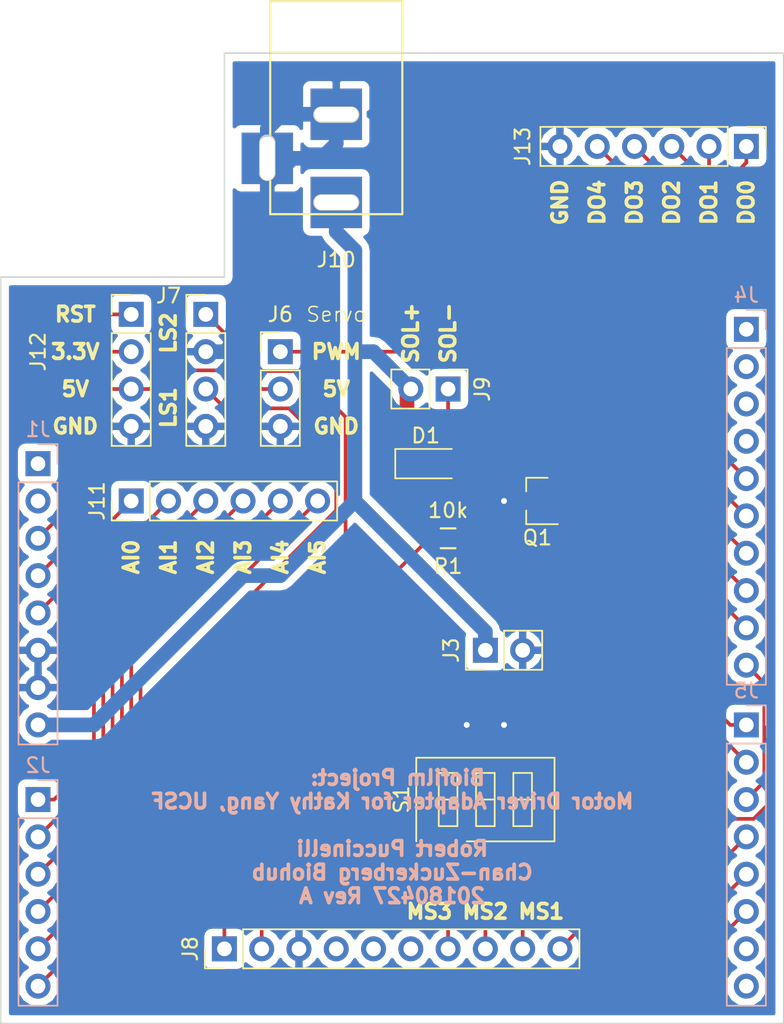
<source format=kicad_pcb>
(kicad_pcb (version 4) (host pcbnew 4.0.7)

  (general
    (links 46)
    (no_connects 0)
    (area 25.349999 50.749999 78.790001 116.890001)
    (thickness 1.6)
    (drawings 46)
    (tracks 159)
    (zones 0)
    (modules 17)
    (nets 29)
  )

  (page A4)
  (layers
    (0 F.Cu signal)
    (31 B.Cu signal)
    (32 B.Adhes user)
    (33 F.Adhes user)
    (34 B.Paste user)
    (35 F.Paste user)
    (36 B.SilkS user)
    (37 F.SilkS user)
    (38 B.Mask user)
    (39 F.Mask user)
    (40 Dwgs.User user)
    (41 Cmts.User user)
    (42 Eco1.User user)
    (43 Eco2.User user)
    (44 Edge.Cuts user)
    (45 Margin user)
    (46 B.CrtYd user)
    (47 F.CrtYd user)
    (48 B.Fab user hide)
    (49 F.Fab user hide)
  )

  (setup
    (last_trace_width 0.25)
    (trace_clearance 0.25)
    (zone_clearance 0.508)
    (zone_45_only no)
    (trace_min 0.25)
    (segment_width 0.2)
    (edge_width 0.1)
    (via_size 0.6)
    (via_drill 0.4)
    (via_min_size 0.4)
    (via_min_drill 0.3)
    (uvia_size 0.3)
    (uvia_drill 0.1)
    (uvias_allowed no)
    (uvia_min_size 0.2)
    (uvia_min_drill 0.1)
    (pcb_text_width 0.3)
    (pcb_text_size 1.5 1.5)
    (mod_edge_width 0.15)
    (mod_text_size 1 1)
    (mod_text_width 0.15)
    (pad_size 1.5 1.5)
    (pad_drill 0.6)
    (pad_to_mask_clearance 0)
    (aux_axis_origin 0 0)
    (visible_elements FFFFFF7F)
    (pcbplotparams
      (layerselection 0x00030_80000001)
      (usegerberextensions false)
      (excludeedgelayer true)
      (linewidth 0.100000)
      (plotframeref false)
      (viasonmask false)
      (mode 1)
      (useauxorigin false)
      (hpglpennumber 1)
      (hpglpenspeed 20)
      (hpglpendiameter 15)
      (hpglpenoverlay 2)
      (psnegative false)
      (psa4output false)
      (plotreference true)
      (plotvalue true)
      (plotinvisibletext false)
      (padsonsilk false)
      (subtractmaskfromsilk false)
      (outputformat 1)
      (mirror false)
      (drillshape 1)
      (scaleselection 1)
      (outputdirectory ""))
  )

  (net 0 "")
  (net 1 /RESET)
  (net 2 /3.3_OUT)
  (net 3 /5V_OUT)
  (net 4 GND)
  (net 5 +12V)
  (net 6 /AI0)
  (net 7 /AI1)
  (net 8 /AI2)
  (net 9 /AI3)
  (net 10 /AI4)
  (net 11 /AI5)
  (net 12 /ENABLE)
  (net 13 /STEP)
  (net 14 /DIR)
  (net 15 /MS3)
  (net 16 /MS2)
  (net 17 /MS1)
  (net 18 /DO1)
  (net 19 /DO0)
  (net 20 /SERVO_PWM)
  (net 21 /LS2_PULLUP)
  (net 22 /LS1_PULLUP)
  (net 23 /DO2)
  (net 24 /DO3)
  (net 25 /DO4)
  (net 26 /SOL_BASE)
  (net 27 "Net-(D1-Pad2)")
  (net 28 "Net-(Q1-Pad1)")

  (net_class Default "This is the default net class."
    (clearance 0.25)
    (trace_width 0.25)
    (via_dia 0.6)
    (via_drill 0.4)
    (uvia_dia 0.3)
    (uvia_drill 0.1)
    (add_net +12V)
    (add_net /3.3_OUT)
    (add_net /5V_OUT)
    (add_net /AI0)
    (add_net /AI1)
    (add_net /AI2)
    (add_net /AI3)
    (add_net /AI4)
    (add_net /AI5)
    (add_net /DIR)
    (add_net /DO0)
    (add_net /DO1)
    (add_net /DO2)
    (add_net /DO3)
    (add_net /DO4)
    (add_net /ENABLE)
    (add_net /LS1_PULLUP)
    (add_net /LS2_PULLUP)
    (add_net /MS1)
    (add_net /MS2)
    (add_net /MS3)
    (add_net /RESET)
    (add_net /SERVO_PWM)
    (add_net /SOL_BASE)
    (add_net /STEP)
    (add_net GND)
    (add_net "Net-(D1-Pad2)")
    (add_net "Net-(Q1-Pad1)")
  )

  (module Connectors:BARREL_JACK (layer F.Cu) (tedit 0) (tstamp 5AE24235)
    (at 48.26 54.75986 270)
    (descr "DC Barrel Jack")
    (tags "Power Jack")
    (path /5AE011E5)
    (fp_text reference J10 (at 10.09904 0 360) (layer F.SilkS)
      (effects (font (size 1 1) (thickness 0.15)))
    )
    (fp_text value "DC PWR" (at 0 -5.99948 270) (layer F.Fab)
      (effects (font (size 1 1) (thickness 0.15)))
    )
    (fp_line (start -4.0005 -4.50088) (end -4.0005 4.50088) (layer F.SilkS) (width 0.15))
    (fp_line (start -7.50062 -4.50088) (end -7.50062 4.50088) (layer F.SilkS) (width 0.15))
    (fp_line (start -7.50062 4.50088) (end 7.00024 4.50088) (layer F.SilkS) (width 0.15))
    (fp_line (start 7.00024 4.50088) (end 7.00024 -4.50088) (layer F.SilkS) (width 0.15))
    (fp_line (start 7.00024 -4.50088) (end -7.50062 -4.50088) (layer F.SilkS) (width 0.15))
    (pad 1 thru_hole rect (at 6.20014 0 270) (size 3.50012 3.50012) (drill oval 1.00076 2.99974) (layers *.Cu *.Mask)
      (net 5 +12V))
    (pad 2 thru_hole rect (at 0.20066 0 270) (size 3.50012 3.50012) (drill oval 1.00076 2.99974) (layers *.Cu *.Mask)
      (net 4 GND))
    (pad 3 thru_hole rect (at 3.2004 4.699 270) (size 3.50012 3.50012) (drill oval 2.99974 1.00076) (layers *.Cu *.Mask)
      (net 4 GND))
  )

  (module Pin_Headers:Pin_Header_Straight_1x08_Pitch2.54mm (layer B.Cu) (tedit 59650532) (tstamp 5ADFBDDC)
    (at 27.94 78.74 180)
    (descr "Through hole straight pin header, 1x08, 2.54mm pitch, single row")
    (tags "Through hole pin header THT 1x08 2.54mm single row")
    (path /5ADA4D02)
    (fp_text reference J1 (at 0 2.33 180) (layer B.SilkS)
      (effects (font (size 1 1) (thickness 0.15)) (justify mirror))
    )
    (fp_text value "Arduino TL" (at 0 -20.11 180) (layer B.Fab)
      (effects (font (size 1 1) (thickness 0.15)) (justify mirror))
    )
    (fp_line (start -0.635 1.27) (end 1.27 1.27) (layer B.Fab) (width 0.1))
    (fp_line (start 1.27 1.27) (end 1.27 -19.05) (layer B.Fab) (width 0.1))
    (fp_line (start 1.27 -19.05) (end -1.27 -19.05) (layer B.Fab) (width 0.1))
    (fp_line (start -1.27 -19.05) (end -1.27 0.635) (layer B.Fab) (width 0.1))
    (fp_line (start -1.27 0.635) (end -0.635 1.27) (layer B.Fab) (width 0.1))
    (fp_line (start -1.33 -19.11) (end 1.33 -19.11) (layer B.SilkS) (width 0.12))
    (fp_line (start -1.33 -1.27) (end -1.33 -19.11) (layer B.SilkS) (width 0.12))
    (fp_line (start 1.33 -1.27) (end 1.33 -19.11) (layer B.SilkS) (width 0.12))
    (fp_line (start -1.33 -1.27) (end 1.33 -1.27) (layer B.SilkS) (width 0.12))
    (fp_line (start -1.33 0) (end -1.33 1.33) (layer B.SilkS) (width 0.12))
    (fp_line (start -1.33 1.33) (end 0 1.33) (layer B.SilkS) (width 0.12))
    (fp_line (start -1.8 1.8) (end -1.8 -19.55) (layer B.CrtYd) (width 0.05))
    (fp_line (start -1.8 -19.55) (end 1.8 -19.55) (layer B.CrtYd) (width 0.05))
    (fp_line (start 1.8 -19.55) (end 1.8 1.8) (layer B.CrtYd) (width 0.05))
    (fp_line (start 1.8 1.8) (end -1.8 1.8) (layer B.CrtYd) (width 0.05))
    (fp_text user %R (at 0 -8.89 450) (layer B.Fab)
      (effects (font (size 1 1) (thickness 0.15)) (justify mirror))
    )
    (pad 1 thru_hole rect (at 0 0 180) (size 1.7 1.7) (drill 1) (layers *.Cu *.Mask))
    (pad 2 thru_hole oval (at 0 -2.54 180) (size 1.7 1.7) (drill 1) (layers *.Cu *.Mask))
    (pad 3 thru_hole oval (at 0 -5.08 180) (size 1.7 1.7) (drill 1) (layers *.Cu *.Mask)
      (net 1 /RESET))
    (pad 4 thru_hole oval (at 0 -7.62 180) (size 1.7 1.7) (drill 1) (layers *.Cu *.Mask)
      (net 2 /3.3_OUT))
    (pad 5 thru_hole oval (at 0 -10.16 180) (size 1.7 1.7) (drill 1) (layers *.Cu *.Mask)
      (net 3 /5V_OUT))
    (pad 6 thru_hole oval (at 0 -12.7 180) (size 1.7 1.7) (drill 1) (layers *.Cu *.Mask)
      (net 4 GND))
    (pad 7 thru_hole oval (at 0 -15.24 180) (size 1.7 1.7) (drill 1) (layers *.Cu *.Mask)
      (net 4 GND))
    (pad 8 thru_hole oval (at 0 -17.78 180) (size 1.7 1.7) (drill 1) (layers *.Cu *.Mask)
      (net 5 +12V))
    (model ${KISYS3DMOD}/Pin_Headers.3dshapes/Pin_Header_Straight_1x08_Pitch2.54mm.wrl
      (at (xyz 0 0 0))
      (scale (xyz 1 1 1))
      (rotate (xyz 0 0 0))
    )
  )

  (module Pin_Headers:Pin_Header_Straight_1x06_Pitch2.54mm (layer B.Cu) (tedit 59650532) (tstamp 5ADFBDE6)
    (at 27.94 101.6 180)
    (descr "Through hole straight pin header, 1x06, 2.54mm pitch, single row")
    (tags "Through hole pin header THT 1x06 2.54mm single row")
    (path /5ADA4D5B)
    (fp_text reference J2 (at 0 2.33 180) (layer B.SilkS)
      (effects (font (size 1 1) (thickness 0.15)) (justify mirror))
    )
    (fp_text value "Arduino BL" (at 0 -15.03 180) (layer B.Fab)
      (effects (font (size 1 1) (thickness 0.15)) (justify mirror))
    )
    (fp_line (start -0.635 1.27) (end 1.27 1.27) (layer B.Fab) (width 0.1))
    (fp_line (start 1.27 1.27) (end 1.27 -13.97) (layer B.Fab) (width 0.1))
    (fp_line (start 1.27 -13.97) (end -1.27 -13.97) (layer B.Fab) (width 0.1))
    (fp_line (start -1.27 -13.97) (end -1.27 0.635) (layer B.Fab) (width 0.1))
    (fp_line (start -1.27 0.635) (end -0.635 1.27) (layer B.Fab) (width 0.1))
    (fp_line (start -1.33 -14.03) (end 1.33 -14.03) (layer B.SilkS) (width 0.12))
    (fp_line (start -1.33 -1.27) (end -1.33 -14.03) (layer B.SilkS) (width 0.12))
    (fp_line (start 1.33 -1.27) (end 1.33 -14.03) (layer B.SilkS) (width 0.12))
    (fp_line (start -1.33 -1.27) (end 1.33 -1.27) (layer B.SilkS) (width 0.12))
    (fp_line (start -1.33 0) (end -1.33 1.33) (layer B.SilkS) (width 0.12))
    (fp_line (start -1.33 1.33) (end 0 1.33) (layer B.SilkS) (width 0.12))
    (fp_line (start -1.8 1.8) (end -1.8 -14.5) (layer B.CrtYd) (width 0.05))
    (fp_line (start -1.8 -14.5) (end 1.8 -14.5) (layer B.CrtYd) (width 0.05))
    (fp_line (start 1.8 -14.5) (end 1.8 1.8) (layer B.CrtYd) (width 0.05))
    (fp_line (start 1.8 1.8) (end -1.8 1.8) (layer B.CrtYd) (width 0.05))
    (fp_text user %R (at 0 -6.35 450) (layer B.Fab)
      (effects (font (size 1 1) (thickness 0.15)) (justify mirror))
    )
    (pad 1 thru_hole rect (at 0 0 180) (size 1.7 1.7) (drill 1) (layers *.Cu *.Mask)
      (net 6 /AI0))
    (pad 2 thru_hole oval (at 0 -2.54 180) (size 1.7 1.7) (drill 1) (layers *.Cu *.Mask)
      (net 7 /AI1))
    (pad 3 thru_hole oval (at 0 -5.08 180) (size 1.7 1.7) (drill 1) (layers *.Cu *.Mask)
      (net 8 /AI2))
    (pad 4 thru_hole oval (at 0 -7.62 180) (size 1.7 1.7) (drill 1) (layers *.Cu *.Mask)
      (net 9 /AI3))
    (pad 5 thru_hole oval (at 0 -10.16 180) (size 1.7 1.7) (drill 1) (layers *.Cu *.Mask)
      (net 10 /AI4))
    (pad 6 thru_hole oval (at 0 -12.7 180) (size 1.7 1.7) (drill 1) (layers *.Cu *.Mask)
      (net 11 /AI5))
    (model ${KISYS3DMOD}/Pin_Headers.3dshapes/Pin_Header_Straight_1x06_Pitch2.54mm.wrl
      (at (xyz 0 0 0))
      (scale (xyz 1 1 1))
      (rotate (xyz 0 0 0))
    )
  )

  (module Socket_Strips:Socket_Strip_Straight_1x02_Pitch2.54mm (layer F.Cu) (tedit 58CD5446) (tstamp 5ADFBDEC)
    (at 58.42 91.44 90)
    (descr "Through hole straight socket strip, 1x02, 2.54mm pitch, single row")
    (tags "Through hole socket strip THT 1x02 2.54mm single row")
    (path /5ADA4831)
    (fp_text reference J3 (at 0 -2.33 90) (layer F.SilkS)
      (effects (font (size 1 1) (thickness 0.15)))
    )
    (fp_text value "Motor Power" (at 0 4.87 90) (layer F.Fab)
      (effects (font (size 1 1) (thickness 0.15)))
    )
    (fp_line (start -1.27 -1.27) (end -1.27 3.81) (layer F.Fab) (width 0.1))
    (fp_line (start -1.27 3.81) (end 1.27 3.81) (layer F.Fab) (width 0.1))
    (fp_line (start 1.27 3.81) (end 1.27 -1.27) (layer F.Fab) (width 0.1))
    (fp_line (start 1.27 -1.27) (end -1.27 -1.27) (layer F.Fab) (width 0.1))
    (fp_line (start -1.33 1.27) (end -1.33 3.87) (layer F.SilkS) (width 0.12))
    (fp_line (start -1.33 3.87) (end 1.33 3.87) (layer F.SilkS) (width 0.12))
    (fp_line (start 1.33 3.87) (end 1.33 1.27) (layer F.SilkS) (width 0.12))
    (fp_line (start 1.33 1.27) (end -1.33 1.27) (layer F.SilkS) (width 0.12))
    (fp_line (start -1.33 0) (end -1.33 -1.33) (layer F.SilkS) (width 0.12))
    (fp_line (start -1.33 -1.33) (end 0 -1.33) (layer F.SilkS) (width 0.12))
    (fp_line (start -1.8 -1.8) (end -1.8 4.35) (layer F.CrtYd) (width 0.05))
    (fp_line (start -1.8 4.35) (end 1.8 4.35) (layer F.CrtYd) (width 0.05))
    (fp_line (start 1.8 4.35) (end 1.8 -1.8) (layer F.CrtYd) (width 0.05))
    (fp_line (start 1.8 -1.8) (end -1.8 -1.8) (layer F.CrtYd) (width 0.05))
    (fp_text user %R (at 0 -2.33 90) (layer F.Fab)
      (effects (font (size 1 1) (thickness 0.15)))
    )
    (pad 1 thru_hole rect (at 0 0 90) (size 1.7 1.7) (drill 1) (layers *.Cu *.Mask)
      (net 5 +12V))
    (pad 2 thru_hole oval (at 0 2.54 90) (size 1.7 1.7) (drill 1) (layers *.Cu *.Mask)
      (net 4 GND))
    (model ${KISYS3DMOD}/Socket_Strips.3dshapes/Socket_Strip_Straight_1x02_Pitch2.54mm.wrl
      (at (xyz 0 -0.05 0))
      (scale (xyz 1 1 1))
      (rotate (xyz 0 0 270))
    )
  )

  (module Pin_Headers:Pin_Header_Straight_1x10_Pitch2.54mm (layer B.Cu) (tedit 59650532) (tstamp 5ADFBDFA)
    (at 76.2 69.596 180)
    (descr "Through hole straight pin header, 1x10, 2.54mm pitch, single row")
    (tags "Through hole pin header THT 1x10 2.54mm single row")
    (path /5ADA4AF1)
    (fp_text reference J4 (at 0 2.33 180) (layer B.SilkS)
      (effects (font (size 1 1) (thickness 0.15)) (justify mirror))
    )
    (fp_text value "Arduino TR" (at 0 -25.19 180) (layer B.Fab)
      (effects (font (size 1 1) (thickness 0.15)) (justify mirror))
    )
    (fp_line (start -0.635 1.27) (end 1.27 1.27) (layer B.Fab) (width 0.1))
    (fp_line (start 1.27 1.27) (end 1.27 -24.13) (layer B.Fab) (width 0.1))
    (fp_line (start 1.27 -24.13) (end -1.27 -24.13) (layer B.Fab) (width 0.1))
    (fp_line (start -1.27 -24.13) (end -1.27 0.635) (layer B.Fab) (width 0.1))
    (fp_line (start -1.27 0.635) (end -0.635 1.27) (layer B.Fab) (width 0.1))
    (fp_line (start -1.33 -24.19) (end 1.33 -24.19) (layer B.SilkS) (width 0.12))
    (fp_line (start -1.33 -1.27) (end -1.33 -24.19) (layer B.SilkS) (width 0.12))
    (fp_line (start 1.33 -1.27) (end 1.33 -24.19) (layer B.SilkS) (width 0.12))
    (fp_line (start -1.33 -1.27) (end 1.33 -1.27) (layer B.SilkS) (width 0.12))
    (fp_line (start -1.33 0) (end -1.33 1.33) (layer B.SilkS) (width 0.12))
    (fp_line (start -1.33 1.33) (end 0 1.33) (layer B.SilkS) (width 0.12))
    (fp_line (start -1.8 1.8) (end -1.8 -24.65) (layer B.CrtYd) (width 0.05))
    (fp_line (start -1.8 -24.65) (end 1.8 -24.65) (layer B.CrtYd) (width 0.05))
    (fp_line (start 1.8 -24.65) (end 1.8 1.8) (layer B.CrtYd) (width 0.05))
    (fp_line (start 1.8 1.8) (end -1.8 1.8) (layer B.CrtYd) (width 0.05))
    (fp_text user %R (at 0 4.191 450) (layer B.Fab)
      (effects (font (size 1 1) (thickness 0.15)) (justify mirror))
    )
    (pad 1 thru_hole rect (at 0 0 180) (size 1.7 1.7) (drill 1) (layers *.Cu *.Mask))
    (pad 2 thru_hole oval (at 0 -2.54 180) (size 1.7 1.7) (drill 1) (layers *.Cu *.Mask))
    (pad 3 thru_hole oval (at 0 -5.08 180) (size 1.7 1.7) (drill 1) (layers *.Cu *.Mask))
    (pad 4 thru_hole oval (at 0 -7.62 180) (size 1.7 1.7) (drill 1) (layers *.Cu *.Mask))
    (pad 5 thru_hole oval (at 0 -10.16 180) (size 1.7 1.7) (drill 1) (layers *.Cu *.Mask)
      (net 19 /DO0))
    (pad 6 thru_hole oval (at 0 -12.7 180) (size 1.7 1.7) (drill 1) (layers *.Cu *.Mask)
      (net 18 /DO1))
    (pad 7 thru_hole oval (at 0 -15.24 180) (size 1.7 1.7) (drill 1) (layers *.Cu *.Mask)
      (net 23 /DO2))
    (pad 8 thru_hole oval (at 0 -17.78 180) (size 1.7 1.7) (drill 1) (layers *.Cu *.Mask)
      (net 24 /DO3))
    (pad 9 thru_hole oval (at 0 -20.32 180) (size 1.7 1.7) (drill 1) (layers *.Cu *.Mask)
      (net 25 /DO4))
    (pad 10 thru_hole oval (at 0 -22.86 180) (size 1.7 1.7) (drill 1) (layers *.Cu *.Mask)
      (net 12 /ENABLE))
    (model ${KISYS3DMOD}/Pin_Headers.3dshapes/Pin_Header_Straight_1x10_Pitch2.54mm.wrl
      (at (xyz 0 0 0))
      (scale (xyz 1 1 1))
      (rotate (xyz 0 0 0))
    )
  )

  (module Pin_Headers:Pin_Header_Straight_1x08_Pitch2.54mm (layer B.Cu) (tedit 59650532) (tstamp 5ADFBE06)
    (at 76.2 96.52 180)
    (descr "Through hole straight pin header, 1x08, 2.54mm pitch, single row")
    (tags "Through hole pin header THT 1x08 2.54mm single row")
    (path /5ADA4C96)
    (fp_text reference J5 (at 0 2.33 180) (layer B.SilkS)
      (effects (font (size 1 1) (thickness 0.15)) (justify mirror))
    )
    (fp_text value "Arduino BR" (at 0 -20.11 180) (layer B.Fab)
      (effects (font (size 1 1) (thickness 0.15)) (justify mirror))
    )
    (fp_line (start -0.635 1.27) (end 1.27 1.27) (layer B.Fab) (width 0.1))
    (fp_line (start 1.27 1.27) (end 1.27 -19.05) (layer B.Fab) (width 0.1))
    (fp_line (start 1.27 -19.05) (end -1.27 -19.05) (layer B.Fab) (width 0.1))
    (fp_line (start -1.27 -19.05) (end -1.27 0.635) (layer B.Fab) (width 0.1))
    (fp_line (start -1.27 0.635) (end -0.635 1.27) (layer B.Fab) (width 0.1))
    (fp_line (start -1.33 -19.11) (end 1.33 -19.11) (layer B.SilkS) (width 0.12))
    (fp_line (start -1.33 -1.27) (end -1.33 -19.11) (layer B.SilkS) (width 0.12))
    (fp_line (start 1.33 -1.27) (end 1.33 -19.11) (layer B.SilkS) (width 0.12))
    (fp_line (start -1.33 -1.27) (end 1.33 -1.27) (layer B.SilkS) (width 0.12))
    (fp_line (start -1.33 0) (end -1.33 1.33) (layer B.SilkS) (width 0.12))
    (fp_line (start -1.33 1.33) (end 0 1.33) (layer B.SilkS) (width 0.12))
    (fp_line (start -1.8 1.8) (end -1.8 -19.55) (layer B.CrtYd) (width 0.05))
    (fp_line (start -1.8 -19.55) (end 1.8 -19.55) (layer B.CrtYd) (width 0.05))
    (fp_line (start 1.8 -19.55) (end 1.8 1.8) (layer B.CrtYd) (width 0.05))
    (fp_line (start 1.8 1.8) (end -1.8 1.8) (layer B.CrtYd) (width 0.05))
    (fp_text user %R (at 0 -8.89 450) (layer B.Fab)
      (effects (font (size 1 1) (thickness 0.15)) (justify mirror))
    )
    (pad 1 thru_hole rect (at 0 0 180) (size 1.7 1.7) (drill 1) (layers *.Cu *.Mask)
      (net 13 /STEP))
    (pad 2 thru_hole oval (at 0 -2.54 180) (size 1.7 1.7) (drill 1) (layers *.Cu *.Mask)
      (net 14 /DIR))
    (pad 3 thru_hole oval (at 0 -5.08 180) (size 1.7 1.7) (drill 1) (layers *.Cu *.Mask)
      (net 20 /SERVO_PWM))
    (pad 4 thru_hole oval (at 0 -7.62 180) (size 1.7 1.7) (drill 1) (layers *.Cu *.Mask)
      (net 26 /SOL_BASE))
    (pad 5 thru_hole oval (at 0 -10.16 180) (size 1.7 1.7) (drill 1) (layers *.Cu *.Mask)
      (net 21 /LS2_PULLUP))
    (pad 6 thru_hole oval (at 0 -12.7 180) (size 1.7 1.7) (drill 1) (layers *.Cu *.Mask)
      (net 22 /LS1_PULLUP))
    (pad 7 thru_hole oval (at 0 -15.24 180) (size 1.7 1.7) (drill 1) (layers *.Cu *.Mask))
    (pad 8 thru_hole oval (at 0 -17.78 180) (size 1.7 1.7) (drill 1) (layers *.Cu *.Mask))
    (model ${KISYS3DMOD}/Pin_Headers.3dshapes/Pin_Header_Straight_1x08_Pitch2.54mm.wrl
      (at (xyz 0 0 0))
      (scale (xyz 1 1 1))
      (rotate (xyz 0 0 0))
    )
  )

  (module Pin_Headers:Pin_Header_Straight_1x03_Pitch2.54mm (layer F.Cu) (tedit 59650532) (tstamp 5ADFBE0D)
    (at 44.45 71.12)
    (descr "Through hole straight pin header, 1x03, 2.54mm pitch, single row")
    (tags "Through hole pin header THT 1x03 2.54mm single row")
    (path /5ADA6988)
    (fp_text reference J6 (at 0 -2.54) (layer F.SilkS)
      (effects (font (size 1 1) (thickness 0.15)))
    )
    (fp_text value Servo (at -2.54 2.54 90) (layer F.Fab)
      (effects (font (size 1 1) (thickness 0.15)))
    )
    (fp_line (start -0.635 -1.27) (end 1.27 -1.27) (layer F.Fab) (width 0.1))
    (fp_line (start 1.27 -1.27) (end 1.27 6.35) (layer F.Fab) (width 0.1))
    (fp_line (start 1.27 6.35) (end -1.27 6.35) (layer F.Fab) (width 0.1))
    (fp_line (start -1.27 6.35) (end -1.27 -0.635) (layer F.Fab) (width 0.1))
    (fp_line (start -1.27 -0.635) (end -0.635 -1.27) (layer F.Fab) (width 0.1))
    (fp_line (start -1.33 6.41) (end 1.33 6.41) (layer F.SilkS) (width 0.12))
    (fp_line (start -1.33 1.27) (end -1.33 6.41) (layer F.SilkS) (width 0.12))
    (fp_line (start 1.33 1.27) (end 1.33 6.41) (layer F.SilkS) (width 0.12))
    (fp_line (start -1.33 1.27) (end 1.33 1.27) (layer F.SilkS) (width 0.12))
    (fp_line (start -1.33 0) (end -1.33 -1.33) (layer F.SilkS) (width 0.12))
    (fp_line (start -1.33 -1.33) (end 0 -1.33) (layer F.SilkS) (width 0.12))
    (fp_line (start -1.8 -1.8) (end -1.8 6.85) (layer F.CrtYd) (width 0.05))
    (fp_line (start -1.8 6.85) (end 1.8 6.85) (layer F.CrtYd) (width 0.05))
    (fp_line (start 1.8 6.85) (end 1.8 -1.8) (layer F.CrtYd) (width 0.05))
    (fp_line (start 1.8 -1.8) (end -1.8 -1.8) (layer F.CrtYd) (width 0.05))
    (fp_text user %R (at 0 2.54 90) (layer F.Fab)
      (effects (font (size 1 1) (thickness 0.15)))
    )
    (pad 1 thru_hole rect (at 0 0) (size 1.7 1.7) (drill 1) (layers *.Cu *.Mask)
      (net 20 /SERVO_PWM))
    (pad 2 thru_hole oval (at 0 2.54) (size 1.7 1.7) (drill 1) (layers *.Cu *.Mask)
      (net 3 /5V_OUT))
    (pad 3 thru_hole oval (at 0 5.08) (size 1.7 1.7) (drill 1) (layers *.Cu *.Mask)
      (net 4 GND))
    (model ${KISYS3DMOD}/Pin_Headers.3dshapes/Pin_Header_Straight_1x03_Pitch2.54mm.wrl
      (at (xyz 0 0 0))
      (scale (xyz 1 1 1))
      (rotate (xyz 0 0 0))
    )
  )

  (module Socket_Strips:Socket_Strip_Straight_1x04_Pitch2.54mm (layer F.Cu) (tedit 58CD5446) (tstamp 5ADFBE15)
    (at 39.37 68.58)
    (descr "Through hole straight socket strip, 1x04, 2.54mm pitch, single row")
    (tags "Through hole socket strip THT 1x04 2.54mm single row")
    (path /5ADA5F7B)
    (fp_text reference J7 (at -2.54 -1.27) (layer F.SilkS)
      (effects (font (size 1 1) (thickness 0.15)))
    )
    (fp_text value "Limit Switch" (at 0 9.95) (layer F.Fab)
      (effects (font (size 1 1) (thickness 0.15)))
    )
    (fp_line (start -1.27 -1.27) (end -1.27 8.89) (layer F.Fab) (width 0.1))
    (fp_line (start -1.27 8.89) (end 1.27 8.89) (layer F.Fab) (width 0.1))
    (fp_line (start 1.27 8.89) (end 1.27 -1.27) (layer F.Fab) (width 0.1))
    (fp_line (start 1.27 -1.27) (end -1.27 -1.27) (layer F.Fab) (width 0.1))
    (fp_line (start -1.33 1.27) (end -1.33 8.95) (layer F.SilkS) (width 0.12))
    (fp_line (start -1.33 8.95) (end 1.33 8.95) (layer F.SilkS) (width 0.12))
    (fp_line (start 1.33 8.95) (end 1.33 1.27) (layer F.SilkS) (width 0.12))
    (fp_line (start 1.33 1.27) (end -1.33 1.27) (layer F.SilkS) (width 0.12))
    (fp_line (start -1.33 0) (end -1.33 -1.33) (layer F.SilkS) (width 0.12))
    (fp_line (start -1.33 -1.33) (end 0 -1.33) (layer F.SilkS) (width 0.12))
    (fp_line (start -1.8 -1.8) (end -1.8 9.4) (layer F.CrtYd) (width 0.05))
    (fp_line (start -1.8 9.4) (end 1.8 9.4) (layer F.CrtYd) (width 0.05))
    (fp_line (start 1.8 9.4) (end 1.8 -1.8) (layer F.CrtYd) (width 0.05))
    (fp_line (start 1.8 -1.8) (end -1.8 -1.8) (layer F.CrtYd) (width 0.05))
    (fp_text user %R (at 0 -2.33) (layer F.Fab)
      (effects (font (size 1 1) (thickness 0.15)))
    )
    (pad 1 thru_hole rect (at 0 0) (size 1.7 1.7) (drill 1) (layers *.Cu *.Mask)
      (net 21 /LS2_PULLUP))
    (pad 2 thru_hole oval (at 0 2.54) (size 1.7 1.7) (drill 1) (layers *.Cu *.Mask)
      (net 4 GND))
    (pad 3 thru_hole oval (at 0 5.08) (size 1.7 1.7) (drill 1) (layers *.Cu *.Mask)
      (net 22 /LS1_PULLUP))
    (pad 4 thru_hole oval (at 0 7.62) (size 1.7 1.7) (drill 1) (layers *.Cu *.Mask)
      (net 4 GND))
    (model ${KISYS3DMOD}/Socket_Strips.3dshapes/Socket_Strip_Straight_1x04_Pitch2.54mm.wrl
      (at (xyz 0 -0.15 0))
      (scale (xyz 1 1 1))
      (rotate (xyz 0 0 270))
    )
  )

  (module Pin_Headers:Pin_Header_Straight_1x10_Pitch2.54mm (layer F.Cu) (tedit 59650532) (tstamp 5ADFBE23)
    (at 40.64 111.76 90)
    (descr "Through hole straight pin header, 1x10, 2.54mm pitch, single row")
    (tags "Through hole pin header THT 1x10 2.54mm single row")
    (path /5ADA4A1D)
    (fp_text reference J8 (at 0 -2.33 90) (layer F.SilkS)
      (effects (font (size 1 1) (thickness 0.15)))
    )
    (fp_text value "Motor Driver" (at 0 25.19 90) (layer F.Fab)
      (effects (font (size 1 1) (thickness 0.15)))
    )
    (fp_line (start -0.635 -1.27) (end 1.27 -1.27) (layer F.Fab) (width 0.1))
    (fp_line (start 1.27 -1.27) (end 1.27 24.13) (layer F.Fab) (width 0.1))
    (fp_line (start 1.27 24.13) (end -1.27 24.13) (layer F.Fab) (width 0.1))
    (fp_line (start -1.27 24.13) (end -1.27 -0.635) (layer F.Fab) (width 0.1))
    (fp_line (start -1.27 -0.635) (end -0.635 -1.27) (layer F.Fab) (width 0.1))
    (fp_line (start -1.33 24.19) (end 1.33 24.19) (layer F.SilkS) (width 0.12))
    (fp_line (start -1.33 1.27) (end -1.33 24.19) (layer F.SilkS) (width 0.12))
    (fp_line (start 1.33 1.27) (end 1.33 24.19) (layer F.SilkS) (width 0.12))
    (fp_line (start -1.33 1.27) (end 1.33 1.27) (layer F.SilkS) (width 0.12))
    (fp_line (start -1.33 0) (end -1.33 -1.33) (layer F.SilkS) (width 0.12))
    (fp_line (start -1.33 -1.33) (end 0 -1.33) (layer F.SilkS) (width 0.12))
    (fp_line (start -1.8 -1.8) (end -1.8 24.65) (layer F.CrtYd) (width 0.05))
    (fp_line (start -1.8 24.65) (end 1.8 24.65) (layer F.CrtYd) (width 0.05))
    (fp_line (start 1.8 24.65) (end 1.8 -1.8) (layer F.CrtYd) (width 0.05))
    (fp_line (start 1.8 -1.8) (end -1.8 -1.8) (layer F.CrtYd) (width 0.05))
    (fp_text user %R (at 0 11.43 180) (layer F.Fab)
      (effects (font (size 1 1) (thickness 0.15)))
    )
    (pad 1 thru_hole rect (at 0 0 90) (size 1.7 1.7) (drill 1) (layers *.Cu *.Mask)
      (net 13 /STEP))
    (pad 2 thru_hole oval (at 0 2.54 90) (size 1.7 1.7) (drill 1) (layers *.Cu *.Mask)
      (net 14 /DIR))
    (pad 3 thru_hole oval (at 0 5.08 90) (size 1.7 1.7) (drill 1) (layers *.Cu *.Mask)
      (net 4 GND))
    (pad 4 thru_hole oval (at 0 7.62 90) (size 1.7 1.7) (drill 1) (layers *.Cu *.Mask))
    (pad 5 thru_hole oval (at 0 10.16 90) (size 1.7 1.7) (drill 1) (layers *.Cu *.Mask))
    (pad 6 thru_hole oval (at 0 12.7 90) (size 1.7 1.7) (drill 1) (layers *.Cu *.Mask))
    (pad 7 thru_hole oval (at 0 15.24 90) (size 1.7 1.7) (drill 1) (layers *.Cu *.Mask)
      (net 15 /MS3))
    (pad 8 thru_hole oval (at 0 17.78 90) (size 1.7 1.7) (drill 1) (layers *.Cu *.Mask)
      (net 16 /MS2))
    (pad 9 thru_hole oval (at 0 20.32 90) (size 1.7 1.7) (drill 1) (layers *.Cu *.Mask)
      (net 17 /MS1))
    (pad 10 thru_hole oval (at 0 22.86 90) (size 1.7 1.7) (drill 1) (layers *.Cu *.Mask)
      (net 12 /ENABLE))
    (model ${KISYS3DMOD}/Pin_Headers.3dshapes/Pin_Header_Straight_1x10_Pitch2.54mm.wrl
      (at (xyz 0 0 0))
      (scale (xyz 1 1 1))
      (rotate (xyz 0 0 0))
    )
  )

  (module Socket_Strips:Socket_Strip_Straight_1x02_Pitch2.54mm (layer F.Cu) (tedit 58CD5446) (tstamp 5ADFBE29)
    (at 55.88 73.66 270)
    (descr "Through hole straight socket strip, 1x02, 2.54mm pitch, single row")
    (tags "Through hole socket strip THT 1x02 2.54mm single row")
    (path /5ADA80BD)
    (fp_text reference J9 (at 0 -2.33 270) (layer F.SilkS)
      (effects (font (size 1 1) (thickness 0.15)))
    )
    (fp_text value Solenoid (at 2.54 0 360) (layer F.Fab)
      (effects (font (size 1 1) (thickness 0.15)))
    )
    (fp_line (start -1.27 -1.27) (end -1.27 3.81) (layer F.Fab) (width 0.1))
    (fp_line (start -1.27 3.81) (end 1.27 3.81) (layer F.Fab) (width 0.1))
    (fp_line (start 1.27 3.81) (end 1.27 -1.27) (layer F.Fab) (width 0.1))
    (fp_line (start 1.27 -1.27) (end -1.27 -1.27) (layer F.Fab) (width 0.1))
    (fp_line (start -1.33 1.27) (end -1.33 3.87) (layer F.SilkS) (width 0.12))
    (fp_line (start -1.33 3.87) (end 1.33 3.87) (layer F.SilkS) (width 0.12))
    (fp_line (start 1.33 3.87) (end 1.33 1.27) (layer F.SilkS) (width 0.12))
    (fp_line (start 1.33 1.27) (end -1.33 1.27) (layer F.SilkS) (width 0.12))
    (fp_line (start -1.33 0) (end -1.33 -1.33) (layer F.SilkS) (width 0.12))
    (fp_line (start -1.33 -1.33) (end 0 -1.33) (layer F.SilkS) (width 0.12))
    (fp_line (start -1.8 -1.8) (end -1.8 4.35) (layer F.CrtYd) (width 0.05))
    (fp_line (start -1.8 4.35) (end 1.8 4.35) (layer F.CrtYd) (width 0.05))
    (fp_line (start 1.8 4.35) (end 1.8 -1.8) (layer F.CrtYd) (width 0.05))
    (fp_line (start 1.8 -1.8) (end -1.8 -1.8) (layer F.CrtYd) (width 0.05))
    (fp_text user %R (at 0 -2.33 270) (layer F.Fab)
      (effects (font (size 1 1) (thickness 0.15)))
    )
    (pad 1 thru_hole rect (at 0 0 270) (size 1.7 1.7) (drill 1) (layers *.Cu *.Mask)
      (net 27 "Net-(D1-Pad2)"))
    (pad 2 thru_hole oval (at 0 2.54 270) (size 1.7 1.7) (drill 1) (layers *.Cu *.Mask)
      (net 5 +12V))
    (model ${KISYS3DMOD}/Socket_Strips.3dshapes/Socket_Strip_Straight_1x02_Pitch2.54mm.wrl
      (at (xyz 0 -0.05 0))
      (scale (xyz 1 1 1))
      (rotate (xyz 0 0 270))
    )
  )

  (module Diodes_SMD:D_SOD-123F (layer F.Cu) (tedit 587F7769) (tstamp 5AE7A5C2)
    (at 54.48 78.74)
    (descr D_SOD-123F)
    (tags D_SOD-123F)
    (path /5AE2215E)
    (attr smd)
    (fp_text reference D1 (at -0.127 -1.905) (layer F.SilkS)
      (effects (font (size 1 1) (thickness 0.15)))
    )
    (fp_text value D (at 0 2.1) (layer F.Fab)
      (effects (font (size 1 1) (thickness 0.15)))
    )
    (fp_text user %R (at -0.127 -1.905) (layer F.Fab)
      (effects (font (size 1 1) (thickness 0.15)))
    )
    (fp_line (start -2.2 -1) (end -2.2 1) (layer F.SilkS) (width 0.12))
    (fp_line (start 0.25 0) (end 0.75 0) (layer F.Fab) (width 0.1))
    (fp_line (start 0.25 0.4) (end -0.35 0) (layer F.Fab) (width 0.1))
    (fp_line (start 0.25 -0.4) (end 0.25 0.4) (layer F.Fab) (width 0.1))
    (fp_line (start -0.35 0) (end 0.25 -0.4) (layer F.Fab) (width 0.1))
    (fp_line (start -0.35 0) (end -0.35 0.55) (layer F.Fab) (width 0.1))
    (fp_line (start -0.35 0) (end -0.35 -0.55) (layer F.Fab) (width 0.1))
    (fp_line (start -0.75 0) (end -0.35 0) (layer F.Fab) (width 0.1))
    (fp_line (start -1.4 0.9) (end -1.4 -0.9) (layer F.Fab) (width 0.1))
    (fp_line (start 1.4 0.9) (end -1.4 0.9) (layer F.Fab) (width 0.1))
    (fp_line (start 1.4 -0.9) (end 1.4 0.9) (layer F.Fab) (width 0.1))
    (fp_line (start -1.4 -0.9) (end 1.4 -0.9) (layer F.Fab) (width 0.1))
    (fp_line (start -2.2 -1.15) (end 2.2 -1.15) (layer F.CrtYd) (width 0.05))
    (fp_line (start 2.2 -1.15) (end 2.2 1.15) (layer F.CrtYd) (width 0.05))
    (fp_line (start 2.2 1.15) (end -2.2 1.15) (layer F.CrtYd) (width 0.05))
    (fp_line (start -2.2 -1.15) (end -2.2 1.15) (layer F.CrtYd) (width 0.05))
    (fp_line (start -2.2 1) (end 1.65 1) (layer F.SilkS) (width 0.12))
    (fp_line (start -2.2 -1) (end 1.65 -1) (layer F.SilkS) (width 0.12))
    (pad 1 smd rect (at -1.4 0) (size 1.1 1.1) (layers F.Cu F.Paste F.Mask)
      (net 5 +12V))
    (pad 2 smd rect (at 1.4 0) (size 1.1 1.1) (layers F.Cu F.Paste F.Mask)
      (net 27 "Net-(D1-Pad2)"))
    (model ${KISYS3DMOD}/Diodes_SMD.3dshapes/D_SOD-123F.wrl
      (at (xyz 0 0 0))
      (scale (xyz 1 1 1))
      (rotate (xyz 0 0 0))
    )
  )

  (module TO_SOT_Packages_SMD:SOT-23 (layer F.Cu) (tedit 583F39EB) (tstamp 5AE7A5D1)
    (at 61.96 81.28 180)
    (descr "SOT-23, Standard")
    (tags SOT-23)
    (path /5AE21918)
    (attr smd)
    (fp_text reference Q1 (at 0 -2.5 180) (layer F.SilkS)
      (effects (font (size 1 1) (thickness 0.15)))
    )
    (fp_text value Q_NPN_Darlington_BCE (at 0 2.5 180) (layer F.Fab)
      (effects (font (size 1 1) (thickness 0.15)))
    )
    (fp_line (start 0.76 1.58) (end 0.76 0.65) (layer F.SilkS) (width 0.12))
    (fp_line (start 0.76 -1.58) (end 0.76 -0.65) (layer F.SilkS) (width 0.12))
    (fp_line (start 0.7 -1.52) (end 0.7 1.52) (layer F.Fab) (width 0.15))
    (fp_line (start -0.7 1.52) (end 0.7 1.52) (layer F.Fab) (width 0.15))
    (fp_line (start -1.7 -1.75) (end 1.7 -1.75) (layer F.CrtYd) (width 0.05))
    (fp_line (start 1.7 -1.75) (end 1.7 1.75) (layer F.CrtYd) (width 0.05))
    (fp_line (start 1.7 1.75) (end -1.7 1.75) (layer F.CrtYd) (width 0.05))
    (fp_line (start -1.7 1.75) (end -1.7 -1.75) (layer F.CrtYd) (width 0.05))
    (fp_line (start 0.76 -1.58) (end -1.4 -1.58) (layer F.SilkS) (width 0.12))
    (fp_line (start -0.7 -1.52) (end 0.7 -1.52) (layer F.Fab) (width 0.15))
    (fp_line (start -0.7 -1.52) (end -0.7 1.52) (layer F.Fab) (width 0.15))
    (fp_line (start 0.76 1.58) (end -0.7 1.58) (layer F.SilkS) (width 0.12))
    (pad 1 smd rect (at -1 -0.95 180) (size 0.9 0.8) (layers F.Cu F.Paste F.Mask)
      (net 28 "Net-(Q1-Pad1)"))
    (pad 2 smd rect (at -1 0.95 180) (size 0.9 0.8) (layers F.Cu F.Paste F.Mask)
      (net 27 "Net-(D1-Pad2)"))
    (pad 3 smd rect (at 1 0 180) (size 0.9 0.8) (layers F.Cu F.Paste F.Mask)
      (net 4 GND))
    (model TO_SOT_Packages_SMD.3dshapes/SOT-23.wrl
      (at (xyz 0 0 0))
      (scale (xyz 1 1 1))
      (rotate (xyz 0 0 90))
    )
  )

  (module Resistors_SMD:R_0603 (layer F.Cu) (tedit 5AE362A6) (tstamp 5AE7A5D7)
    (at 55.88 83.82 180)
    (descr "Resistor SMD 0603, reflow soldering, Vishay (see dcrcw.pdf)")
    (tags "resistor 0603")
    (path /5AE2198D)
    (attr smd)
    (fp_text reference R1 (at 0 -1.9 180) (layer F.SilkS)
      (effects (font (size 1 1) (thickness 0.15)))
    )
    (fp_text value 10k (at 0 1.9 180) (layer F.SilkS)
      (effects (font (size 1 1) (thickness 0.15)))
    )
    (fp_line (start -0.8 0.4) (end -0.8 -0.4) (layer F.Fab) (width 0.1))
    (fp_line (start 0.8 0.4) (end -0.8 0.4) (layer F.Fab) (width 0.1))
    (fp_line (start 0.8 -0.4) (end 0.8 0.4) (layer F.Fab) (width 0.1))
    (fp_line (start -0.8 -0.4) (end 0.8 -0.4) (layer F.Fab) (width 0.1))
    (fp_line (start -1.3 -0.8) (end 1.3 -0.8) (layer F.CrtYd) (width 0.05))
    (fp_line (start -1.3 0.8) (end 1.3 0.8) (layer F.CrtYd) (width 0.05))
    (fp_line (start -1.3 -0.8) (end -1.3 0.8) (layer F.CrtYd) (width 0.05))
    (fp_line (start 1.3 -0.8) (end 1.3 0.8) (layer F.CrtYd) (width 0.05))
    (fp_line (start 0.5 0.675) (end -0.5 0.675) (layer F.SilkS) (width 0.15))
    (fp_line (start -0.5 -0.675) (end 0.5 -0.675) (layer F.SilkS) (width 0.15))
    (pad 1 smd rect (at -0.75 0 180) (size 0.5 0.9) (layers F.Cu F.Paste F.Mask)
      (net 28 "Net-(Q1-Pad1)"))
    (pad 2 smd rect (at 0.75 0 180) (size 0.5 0.9) (layers F.Cu F.Paste F.Mask)
      (net 26 /SOL_BASE))
    (model Resistors_SMD.3dshapes/R_0603.wrl
      (at (xyz 0 0 0))
      (scale (xyz 1 1 1))
      (rotate (xyz 0 0 0))
    )
  )

  (module Buttons_Switches_SMD:SW_DIP_x3_W8.61mm_Slide_LowProfile (layer F.Cu) (tedit 586545EC) (tstamp 5AE7A5E1)
    (at 58.42 101.6 90)
    (descr "3x-dip-switch, Slide, row spacing 8.61 mm (338 mils), SMD, LowProfile")
    (tags "DIP Switch Slide 8.61mm 338mil SMD LowProfile")
    (path /5AE23C17)
    (attr smd)
    (fp_text reference S1 (at 0 -5.71 90) (layer F.SilkS)
      (effects (font (size 1 1) (thickness 0.15)))
    )
    (fp_text value Dip_Switch_3 (at 0 5.71 90) (layer F.Fab)
      (effects (font (size 1 1) (thickness 0.15)))
    )
    (fp_line (start -2.34 -4.59) (end 3.34 -4.59) (layer F.Fab) (width 0.1))
    (fp_line (start 3.34 -4.59) (end 3.34 4.59) (layer F.Fab) (width 0.1))
    (fp_line (start 3.34 4.59) (end -3.34 4.59) (layer F.Fab) (width 0.1))
    (fp_line (start -3.34 4.59) (end -3.34 -3.59) (layer F.Fab) (width 0.1))
    (fp_line (start -3.34 -3.59) (end -2.34 -4.59) (layer F.Fab) (width 0.1))
    (fp_line (start -1.81 -3.175) (end -1.81 -1.905) (layer F.Fab) (width 0.1))
    (fp_line (start -1.81 -1.905) (end 1.81 -1.905) (layer F.Fab) (width 0.1))
    (fp_line (start 1.81 -1.905) (end 1.81 -3.175) (layer F.Fab) (width 0.1))
    (fp_line (start 1.81 -3.175) (end -1.81 -3.175) (layer F.Fab) (width 0.1))
    (fp_line (start 0 -3.175) (end 0 -1.905) (layer F.Fab) (width 0.1))
    (fp_line (start -1.81 -0.635) (end -1.81 0.635) (layer F.Fab) (width 0.1))
    (fp_line (start -1.81 0.635) (end 1.81 0.635) (layer F.Fab) (width 0.1))
    (fp_line (start 1.81 0.635) (end 1.81 -0.635) (layer F.Fab) (width 0.1))
    (fp_line (start 1.81 -0.635) (end -1.81 -0.635) (layer F.Fab) (width 0.1))
    (fp_line (start 0 -0.635) (end 0 0.635) (layer F.Fab) (width 0.1))
    (fp_line (start -1.81 1.905) (end -1.81 3.175) (layer F.Fab) (width 0.1))
    (fp_line (start -1.81 3.175) (end 1.81 3.175) (layer F.Fab) (width 0.1))
    (fp_line (start 1.81 3.175) (end 1.81 1.905) (layer F.Fab) (width 0.1))
    (fp_line (start 1.81 1.905) (end -1.81 1.905) (layer F.Fab) (width 0.1))
    (fp_line (start 0 1.905) (end 0 3.175) (layer F.Fab) (width 0.1))
    (fp_line (start -2.845 -4.71) (end 2.845 -4.71) (layer F.SilkS) (width 0.12))
    (fp_line (start 2.845 -4.71) (end 2.845 4.71) (layer F.SilkS) (width 0.12))
    (fp_line (start 2.845 4.71) (end -2.845 4.71) (layer F.SilkS) (width 0.12))
    (fp_line (start -2.845 4.71) (end -2.845 -1.27) (layer F.SilkS) (width 0.12))
    (fp_line (start -1.81 -3.175) (end -1.81 -1.905) (layer F.SilkS) (width 0.12))
    (fp_line (start -1.81 -1.905) (end 1.81 -1.905) (layer F.SilkS) (width 0.12))
    (fp_line (start 1.81 -1.905) (end 1.81 -3.175) (layer F.SilkS) (width 0.12))
    (fp_line (start 1.81 -3.175) (end -1.81 -3.175) (layer F.SilkS) (width 0.12))
    (fp_line (start 0 -3.175) (end 0 -1.905) (layer F.SilkS) (width 0.12))
    (fp_line (start -1.81 -0.635) (end -1.81 0.635) (layer F.SilkS) (width 0.12))
    (fp_line (start -1.81 0.635) (end 1.81 0.635) (layer F.SilkS) (width 0.12))
    (fp_line (start 1.81 0.635) (end 1.81 -0.635) (layer F.SilkS) (width 0.12))
    (fp_line (start 1.81 -0.635) (end -1.81 -0.635) (layer F.SilkS) (width 0.12))
    (fp_line (start 0 -0.635) (end 0 0.635) (layer F.SilkS) (width 0.12))
    (fp_line (start -1.81 1.905) (end -1.81 3.175) (layer F.SilkS) (width 0.12))
    (fp_line (start -1.81 3.175) (end 1.81 3.175) (layer F.SilkS) (width 0.12))
    (fp_line (start 1.81 3.175) (end 1.81 1.905) (layer F.SilkS) (width 0.12))
    (fp_line (start 1.81 1.905) (end -1.81 1.905) (layer F.SilkS) (width 0.12))
    (fp_line (start 0 1.905) (end 0 3.175) (layer F.SilkS) (width 0.12))
    (fp_line (start -5.8 -5) (end -5.8 5) (layer F.CrtYd) (width 0.05))
    (fp_line (start -5.8 5) (end 5.8 5) (layer F.CrtYd) (width 0.05))
    (fp_line (start 5.8 5) (end 5.8 -5) (layer F.CrtYd) (width 0.05))
    (fp_line (start 5.8 -5) (end -5.8 -5) (layer F.CrtYd) (width 0.05))
    (pad 1 smd rect (at -4.305 -2.54 90) (size 2.44 1.12) (layers F.Cu F.Mask)
      (net 15 /MS3))
    (pad 4 smd rect (at 4.305 2.54 90) (size 2.44 1.12) (layers F.Cu F.Mask)
      (net 4 GND))
    (pad 2 smd rect (at -4.305 0 90) (size 2.44 1.12) (layers F.Cu F.Mask)
      (net 16 /MS2))
    (pad 5 smd rect (at 4.305 0 90) (size 2.44 1.12) (layers F.Cu F.Mask)
      (net 4 GND))
    (pad 3 smd rect (at -4.305 2.54 90) (size 2.44 1.12) (layers F.Cu F.Mask)
      (net 17 /MS1))
    (pad 6 smd rect (at 4.305 -2.54 90) (size 2.44 1.12) (layers F.Cu F.Mask)
      (net 4 GND))
    (model Buttons_Switches.3dshapes/SW_DIP_x3_W8.61mm_Slide_LowProfile.wrl
      (at (xyz 0 0 0))
      (scale (xyz 1 1 1))
      (rotate (xyz 0 0 90))
    )
  )

  (module Pin_Headers:Pin_Header_Straight_1x04_Pitch2.54mm (layer F.Cu) (tedit 59650532) (tstamp 5AEB3D42)
    (at 34.29 68.58)
    (descr "Through hole straight pin header, 1x04, 2.54mm pitch, single row")
    (tags "Through hole pin header THT 1x04 2.54mm single row")
    (path /5AE24EA1)
    (fp_text reference J12 (at -6.35 2.54 90) (layer F.SilkS)
      (effects (font (size 1 1) (thickness 0.15)))
    )
    (fp_text value "Arduino Power Out" (at -2.54 5.08 90) (layer F.Fab)
      (effects (font (size 1 1) (thickness 0.15)))
    )
    (fp_line (start -0.635 -1.27) (end 1.27 -1.27) (layer F.Fab) (width 0.1))
    (fp_line (start 1.27 -1.27) (end 1.27 8.89) (layer F.Fab) (width 0.1))
    (fp_line (start 1.27 8.89) (end -1.27 8.89) (layer F.Fab) (width 0.1))
    (fp_line (start -1.27 8.89) (end -1.27 -0.635) (layer F.Fab) (width 0.1))
    (fp_line (start -1.27 -0.635) (end -0.635 -1.27) (layer F.Fab) (width 0.1))
    (fp_line (start -1.33 8.95) (end 1.33 8.95) (layer F.SilkS) (width 0.12))
    (fp_line (start -1.33 1.27) (end -1.33 8.95) (layer F.SilkS) (width 0.12))
    (fp_line (start 1.33 1.27) (end 1.33 8.95) (layer F.SilkS) (width 0.12))
    (fp_line (start -1.33 1.27) (end 1.33 1.27) (layer F.SilkS) (width 0.12))
    (fp_line (start -1.33 0) (end -1.33 -1.33) (layer F.SilkS) (width 0.12))
    (fp_line (start -1.33 -1.33) (end 0 -1.33) (layer F.SilkS) (width 0.12))
    (fp_line (start -1.8 -1.8) (end -1.8 9.4) (layer F.CrtYd) (width 0.05))
    (fp_line (start -1.8 9.4) (end 1.8 9.4) (layer F.CrtYd) (width 0.05))
    (fp_line (start 1.8 9.4) (end 1.8 -1.8) (layer F.CrtYd) (width 0.05))
    (fp_line (start 1.8 -1.8) (end -1.8 -1.8) (layer F.CrtYd) (width 0.05))
    (fp_text user %R (at 0 3.81 90) (layer F.Fab)
      (effects (font (size 1 1) (thickness 0.15)))
    )
    (pad 1 thru_hole rect (at 0 0) (size 1.7 1.7) (drill 1) (layers *.Cu *.Mask)
      (net 1 /RESET))
    (pad 2 thru_hole oval (at 0 2.54) (size 1.7 1.7) (drill 1) (layers *.Cu *.Mask)
      (net 2 /3.3_OUT))
    (pad 3 thru_hole oval (at 0 5.08) (size 1.7 1.7) (drill 1) (layers *.Cu *.Mask)
      (net 3 /5V_OUT))
    (pad 4 thru_hole oval (at 0 7.62) (size 1.7 1.7) (drill 1) (layers *.Cu *.Mask)
      (net 4 GND))
    (model ${KISYS3DMOD}/Pin_Headers.3dshapes/Pin_Header_Straight_1x04_Pitch2.54mm.wrl
      (at (xyz 0 0 0))
      (scale (xyz 1 1 1))
      (rotate (xyz 0 0 0))
    )
  )

  (module Pin_Headers:Pin_Header_Straight_1x06_Pitch2.54mm (layer F.Cu) (tedit 59650532) (tstamp 5AED0BF7)
    (at 76.2 57.15 270)
    (descr "Through hole straight pin header, 1x06, 2.54mm pitch, single row")
    (tags "Through hole pin header THT 1x06 2.54mm single row")
    (path /5AE35E1C)
    (fp_text reference J13 (at 0 15.24 270) (layer F.SilkS)
      (effects (font (size 1 1) (thickness 0.15)))
    )
    (fp_text value "Digital Out" (at 0 15.03 270) (layer F.Fab)
      (effects (font (size 1 1) (thickness 0.15)))
    )
    (fp_line (start -0.635 -1.27) (end 1.27 -1.27) (layer F.Fab) (width 0.1))
    (fp_line (start 1.27 -1.27) (end 1.27 13.97) (layer F.Fab) (width 0.1))
    (fp_line (start 1.27 13.97) (end -1.27 13.97) (layer F.Fab) (width 0.1))
    (fp_line (start -1.27 13.97) (end -1.27 -0.635) (layer F.Fab) (width 0.1))
    (fp_line (start -1.27 -0.635) (end -0.635 -1.27) (layer F.Fab) (width 0.1))
    (fp_line (start -1.33 14.03) (end 1.33 14.03) (layer F.SilkS) (width 0.12))
    (fp_line (start -1.33 1.27) (end -1.33 14.03) (layer F.SilkS) (width 0.12))
    (fp_line (start 1.33 1.27) (end 1.33 14.03) (layer F.SilkS) (width 0.12))
    (fp_line (start -1.33 1.27) (end 1.33 1.27) (layer F.SilkS) (width 0.12))
    (fp_line (start -1.33 0) (end -1.33 -1.33) (layer F.SilkS) (width 0.12))
    (fp_line (start -1.33 -1.33) (end 0 -1.33) (layer F.SilkS) (width 0.12))
    (fp_line (start -1.8 -1.8) (end -1.8 14.5) (layer F.CrtYd) (width 0.05))
    (fp_line (start -1.8 14.5) (end 1.8 14.5) (layer F.CrtYd) (width 0.05))
    (fp_line (start 1.8 14.5) (end 1.8 -1.8) (layer F.CrtYd) (width 0.05))
    (fp_line (start 1.8 -1.8) (end -1.8 -1.8) (layer F.CrtYd) (width 0.05))
    (fp_text user %R (at 0 6.35 360) (layer F.Fab)
      (effects (font (size 1 1) (thickness 0.15)))
    )
    (pad 1 thru_hole rect (at 0 0 270) (size 1.7 1.7) (drill 1) (layers *.Cu *.Mask)
      (net 19 /DO0))
    (pad 2 thru_hole oval (at 0 2.54 270) (size 1.7 1.7) (drill 1) (layers *.Cu *.Mask)
      (net 18 /DO1))
    (pad 3 thru_hole oval (at 0 5.08 270) (size 1.7 1.7) (drill 1) (layers *.Cu *.Mask)
      (net 23 /DO2))
    (pad 4 thru_hole oval (at 0 7.62 270) (size 1.7 1.7) (drill 1) (layers *.Cu *.Mask)
      (net 24 /DO3))
    (pad 5 thru_hole oval (at 0 10.16 270) (size 1.7 1.7) (drill 1) (layers *.Cu *.Mask)
      (net 25 /DO4))
    (pad 6 thru_hole oval (at 0 12.7 270) (size 1.7 1.7) (drill 1) (layers *.Cu *.Mask)
      (net 4 GND))
    (model ${KISYS3DMOD}/Pin_Headers.3dshapes/Pin_Header_Straight_1x06_Pitch2.54mm.wrl
      (at (xyz 0 0 0))
      (scale (xyz 1 1 1))
      (rotate (xyz 0 0 0))
    )
  )

  (module Pin_Headers:Pin_Header_Straight_1x06_Pitch2.54mm (layer F.Cu) (tedit 59650532) (tstamp 5AED0C44)
    (at 34.29 81.28 90)
    (descr "Through hole straight pin header, 1x06, 2.54mm pitch, single row")
    (tags "Through hole pin header THT 1x06 2.54mm single row")
    (path /5AE35C87)
    (fp_text reference J11 (at 0 -2.33 90) (layer F.SilkS)
      (effects (font (size 1 1) (thickness 0.15)))
    )
    (fp_text value "Analog In" (at 0 15.03 90) (layer F.Fab)
      (effects (font (size 1 1) (thickness 0.15)))
    )
    (fp_line (start -0.635 -1.27) (end 1.27 -1.27) (layer F.Fab) (width 0.1))
    (fp_line (start 1.27 -1.27) (end 1.27 13.97) (layer F.Fab) (width 0.1))
    (fp_line (start 1.27 13.97) (end -1.27 13.97) (layer F.Fab) (width 0.1))
    (fp_line (start -1.27 13.97) (end -1.27 -0.635) (layer F.Fab) (width 0.1))
    (fp_line (start -1.27 -0.635) (end -0.635 -1.27) (layer F.Fab) (width 0.1))
    (fp_line (start -1.33 14.03) (end 1.33 14.03) (layer F.SilkS) (width 0.12))
    (fp_line (start -1.33 1.27) (end -1.33 14.03) (layer F.SilkS) (width 0.12))
    (fp_line (start 1.33 1.27) (end 1.33 14.03) (layer F.SilkS) (width 0.12))
    (fp_line (start -1.33 1.27) (end 1.33 1.27) (layer F.SilkS) (width 0.12))
    (fp_line (start -1.33 0) (end -1.33 -1.33) (layer F.SilkS) (width 0.12))
    (fp_line (start -1.33 -1.33) (end 0 -1.33) (layer F.SilkS) (width 0.12))
    (fp_line (start -1.8 -1.8) (end -1.8 14.5) (layer F.CrtYd) (width 0.05))
    (fp_line (start -1.8 14.5) (end 1.8 14.5) (layer F.CrtYd) (width 0.05))
    (fp_line (start 1.8 14.5) (end 1.8 -1.8) (layer F.CrtYd) (width 0.05))
    (fp_line (start 1.8 -1.8) (end -1.8 -1.8) (layer F.CrtYd) (width 0.05))
    (fp_text user %R (at 0 6.35 180) (layer F.Fab)
      (effects (font (size 1 1) (thickness 0.15)))
    )
    (pad 1 thru_hole rect (at 0 0 90) (size 1.7 1.7) (drill 1) (layers *.Cu *.Mask)
      (net 6 /AI0))
    (pad 2 thru_hole oval (at 0 2.54 90) (size 1.7 1.7) (drill 1) (layers *.Cu *.Mask)
      (net 7 /AI1))
    (pad 3 thru_hole oval (at 0 5.08 90) (size 1.7 1.7) (drill 1) (layers *.Cu *.Mask)
      (net 8 /AI2))
    (pad 4 thru_hole oval (at 0 7.62 90) (size 1.7 1.7) (drill 1) (layers *.Cu *.Mask)
      (net 9 /AI3))
    (pad 5 thru_hole oval (at 0 10.16 90) (size 1.7 1.7) (drill 1) (layers *.Cu *.Mask)
      (net 10 /AI4))
    (pad 6 thru_hole oval (at 0 12.7 90) (size 1.7 1.7) (drill 1) (layers *.Cu *.Mask)
      (net 11 /AI5))
    (model ${KISYS3DMOD}/Pin_Headers.3dshapes/Pin_Header_Straight_1x06_Pitch2.54mm.wrl
      (at (xyz 0 0 0))
      (scale (xyz 1 1 1))
      (rotate (xyz 0 0 0))
    )
  )

  (gr_text "Biofilm Project: \nMotor Driver Adapter for Kathy Yang, UCSF\n\nRobert Puccinelli\nChan-Zuckerberg Biohub\n20180427 Rev A" (at 52.07 104.14) (layer B.SilkS)
    (effects (font (size 1 1) (thickness 0.25)) (justify mirror))
  )
  (gr_line (start 49.276 61.468) (end 47.244 61.468) (layer Edge.Cuts) (width 0.1))
  (gr_line (start 47.244 60.452) (end 49.276 60.452) (layer Edge.Cuts) (width 0.1))
  (gr_line (start 49.276 55.499) (end 47.244 55.499) (layer Edge.Cuts) (width 0.1))
  (gr_line (start 47.244 54.483) (end 49.276 54.483) (layer Edge.Cuts) (width 0.1))
  (gr_arc (start 49.276 54.991) (end 49.276 54.483) (angle 180) (layer Edge.Cuts) (width 0.1))
  (gr_arc (start 47.244 54.991) (end 47.244 55.499) (angle 180) (layer Edge.Cuts) (width 0.1))
  (gr_arc (start 49.276 60.96) (end 49.276 60.452) (angle 180) (layer Edge.Cuts) (width 0.1))
  (gr_arc (start 47.244 60.96) (end 47.244 61.468) (angle 180) (layer Edge.Cuts) (width 0.1))
  (gr_line (start 43.053 59.055) (end 43.053 56.896) (layer Edge.Cuts) (width 0.1))
  (gr_line (start 44.069 59.055) (end 44.069 56.896) (layer Edge.Cuts) (width 0.1))
  (gr_arc (start 43.561 56.896) (end 43.053 56.896) (angle 180) (layer Edge.Cuts) (width 0.1))
  (gr_arc (start 43.561 58.928) (end 44.069 59.055) (angle 151.9275131) (layer Edge.Cuts) (width 0.1))
  (gr_text Servo (at 48.26 68.58) (layer F.SilkS)
    (effects (font (size 1 1) (thickness 0.1)))
  )
  (gr_text AI5 (at 46.99 85.09 90) (layer F.SilkS)
    (effects (font (size 1 1) (thickness 0.25)))
  )
  (gr_text AI4 (at 44.45 85.09 90) (layer F.SilkS)
    (effects (font (size 1 1) (thickness 0.25)))
  )
  (gr_text AI3 (at 41.91 85.09 90) (layer F.SilkS)
    (effects (font (size 1 1) (thickness 0.25)))
  )
  (gr_text AI2 (at 39.37 85.09 90) (layer F.SilkS)
    (effects (font (size 1 1) (thickness 0.25)))
  )
  (gr_text AI1 (at 36.83 85.09 90) (layer F.SilkS)
    (effects (font (size 1 1) (thickness 0.25)))
  )
  (gr_text AI0 (at 34.29 85.09 90) (layer F.SilkS)
    (effects (font (size 1 1) (thickness 0.25)))
  )
  (gr_text MS3 (at 54.61 109.22) (layer F.SilkS)
    (effects (font (size 1 1) (thickness 0.25)))
  )
  (gr_text MS2 (at 58.42 109.22) (layer F.SilkS)
    (effects (font (size 1 1) (thickness 0.25)))
  )
  (gr_text MS1 (at 62.23 109.22 360) (layer F.SilkS)
    (effects (font (size 1 1) (thickness 0.25)))
  )
  (gr_text SOL- (at 55.88 69.85 90) (layer F.SilkS)
    (effects (font (size 1 1) (thickness 0.25)))
  )
  (gr_text GND (at 48.26 76.2) (layer F.SilkS)
    (effects (font (size 1 1) (thickness 0.25)))
  )
  (gr_text 5V (at 48.26 73.66) (layer F.SilkS)
    (effects (font (size 1 1) (thickness 0.25)))
  )
  (gr_text PWM (at 48.26 71.12) (layer F.SilkS)
    (effects (font (size 1 1) (thickness 0.25)))
  )
  (gr_text GND (at 30.48 76.2) (layer F.SilkS)
    (effects (font (size 1 1) (thickness 0.25)))
  )
  (gr_text 5V (at 30.48 73.66) (layer F.SilkS)
    (effects (font (size 1 1) (thickness 0.25)))
  )
  (gr_text 3.3V (at 30.48 71.12) (layer F.SilkS)
    (effects (font (size 1 1) (thickness 0.25)))
  )
  (gr_text RST (at 30.48 68.58) (layer F.SilkS)
    (effects (font (size 1 1) (thickness 0.25)))
  )
  (gr_text LS2 (at 36.83 69.85 90) (layer F.SilkS)
    (effects (font (size 1 1) (thickness 0.25)))
  )
  (gr_text LS1 (at 36.83 74.93 90) (layer F.SilkS)
    (effects (font (size 1 1) (thickness 0.25)))
  )
  (gr_text SOL+ (at 53.34 69.85 90) (layer F.SilkS)
    (effects (font (size 1 1) (thickness 0.25)))
  )
  (gr_text DO0 (at 76.2 60.96 90) (layer F.SilkS)
    (effects (font (size 1 1) (thickness 0.25)))
  )
  (gr_text DO1 (at 73.66 60.96 90) (layer F.SilkS)
    (effects (font (size 1 1) (thickness 0.25)))
  )
  (gr_text DO2 (at 71.12 60.96 90) (layer F.SilkS)
    (effects (font (size 1 1) (thickness 0.25)))
  )
  (gr_text DO3 (at 68.58 60.96 90) (layer F.SilkS)
    (effects (font (size 1 1) (thickness 0.25)))
  )
  (gr_text DO4 (at 66.04 60.96 90) (layer F.SilkS)
    (effects (font (size 1 1) (thickness 0.25)))
  )
  (gr_text "GND\n" (at 63.5 60.96 90) (layer F.SilkS)
    (effects (font (size 1 1) (thickness 0.25)))
  )
  (gr_line (start 40.64 50.8) (end 78.74 50.8) (layer Edge.Cuts) (width 0.1))
  (gr_line (start 40.64 66.04) (end 40.64 50.8) (layer Edge.Cuts) (width 0.1))
  (gr_line (start 25.4 66.04) (end 40.64 66.04) (layer Edge.Cuts) (width 0.1))
  (gr_line (start 25.4 116.84) (end 25.4 66.04) (layer Edge.Cuts) (width 0.1))
  (gr_line (start 78.74 116.84) (end 78.74 50.8) (layer Edge.Cuts) (width 0.1))
  (gr_line (start 25.4 116.84) (end 78.74 116.84) (layer Edge.Cuts) (width 0.1))

  (segment (start 27.94 83.82) (end 29.845 81.915) (width 0.25) (layer F.Cu) (net 1))
  (segment (start 29.845 81.915) (end 29.845 69.85) (width 0.25) (layer F.Cu) (net 1))
  (segment (start 29.845 69.85) (end 31.115 68.58) (width 0.25) (layer F.Cu) (net 1))
  (segment (start 31.115 68.58) (end 34.29 68.58) (width 0.25) (layer F.Cu) (net 1))
  (segment (start 30.48 72.39) (end 31.75 71.12) (width 0.25) (layer F.Cu) (net 2))
  (segment (start 31.75 71.12) (end 34.29 71.12) (width 0.25) (layer F.Cu) (net 2))
  (segment (start 30.48 83.82) (end 30.48 72.39) (width 0.25) (layer F.Cu) (net 2))
  (segment (start 27.94 86.36) (end 30.48 83.82) (width 0.25) (layer F.Cu) (net 2))
  (segment (start 34.29 73.66) (end 35.56 73.66) (width 0.25) (layer F.Cu) (net 3))
  (segment (start 41.91 72.39) (end 43.18 73.66) (width 0.25) (layer F.Cu) (net 3))
  (segment (start 35.56 73.66) (end 36.83 72.39) (width 0.25) (layer F.Cu) (net 3))
  (segment (start 36.83 72.39) (end 41.91 72.39) (width 0.25) (layer F.Cu) (net 3))
  (segment (start 43.18 73.66) (end 44.45 73.66) (width 0.25) (layer F.Cu) (net 3))
  (segment (start 31.115 74.93) (end 32.385 73.66) (width 0.25) (layer F.Cu) (net 3))
  (segment (start 32.385 73.66) (end 34.29 73.66) (width 0.25) (layer F.Cu) (net 3))
  (segment (start 31.115 85.725) (end 31.115 74.93) (width 0.25) (layer F.Cu) (net 3))
  (segment (start 27.94 88.9) (end 31.115 85.725) (width 0.25) (layer F.Cu) (net 3))
  (segment (start 43.561 57.96026) (end 43.561 59.69) (width 1) (layer B.Cu) (net 4))
  (segment (start 43.561 59.69) (end 43.561 66.929) (width 1) (layer B.Cu) (net 4))
  (segment (start 48.26 54.96052) (end 48.26 56.96058) (width 1) (layer B.Cu) (net 4))
  (segment (start 45.29074 57.96026) (end 43.561 59.69) (width 1) (layer B.Cu) (net 4))
  (segment (start 48.26 56.96058) (end 47.26032 57.96026) (width 1) (layer B.Cu) (net 4))
  (segment (start 47.26032 57.96026) (end 45.29074 57.96026) (width 1) (layer B.Cu) (net 4))
  (segment (start 48.26 54.96052) (end 44.56068 54.96052) (width 1) (layer B.Cu) (net 4))
  (segment (start 44.56068 54.96052) (end 43.561 55.9602) (width 1) (layer B.Cu) (net 4))
  (segment (start 43.561 55.9602) (end 43.561 57.96026) (width 1) (layer B.Cu) (net 4))
  (segment (start 41.91 69.85) (end 40.64 71.12) (width 1) (layer B.Cu) (net 4))
  (segment (start 40.64 71.12) (end 39.37 71.12) (width 1) (layer B.Cu) (net 4))
  (segment (start 41.91 68.58) (end 41.91 69.85) (width 1) (layer B.Cu) (net 4))
  (segment (start 43.561 66.929) (end 41.91 68.58) (width 1) (layer B.Cu) (net 4))
  (segment (start 58.42 95.25) (end 59.69 96.52) (width 1) (layer B.Cu) (net 4))
  (segment (start 57.15 96.52) (end 58.42 95.25) (width 1) (layer B.Cu) (net 4))
  (segment (start 56.375 97.295) (end 57.15 96.52) (width 1) (layer F.Cu) (net 4))
  (segment (start 55.88 97.295) (end 56.375 97.295) (width 1) (layer F.Cu) (net 4))
  (segment (start 58.42 97.295) (end 57.925 97.295) (width 1) (layer F.Cu) (net 4))
  (segment (start 57.925 97.295) (end 57.15 96.52) (width 1) (layer F.Cu) (net 4))
  (via (at 57.15 96.52) (size 0.6) (drill 0.4) (layers F.Cu B.Cu) (net 4))
  (segment (start 58.42 97.295) (end 58.915 97.295) (width 1) (layer F.Cu) (net 4))
  (segment (start 58.915 97.295) (end 59.69 96.52) (width 1) (layer F.Cu) (net 4))
  (segment (start 60.96 97.295) (end 60.465 97.295) (width 1) (layer F.Cu) (net 4))
  (segment (start 60.465 97.295) (end 59.69 96.52) (width 1) (layer F.Cu) (net 4))
  (via (at 59.69 96.52) (size 0.6) (drill 0.4) (layers F.Cu B.Cu) (net 4))
  (segment (start 60.96 81.28) (end 59.69 81.28) (width 1) (layer F.Cu) (net 4))
  (via (at 59.69 81.28) (size 0.6) (drill 0.4) (layers F.Cu B.Cu) (net 4))
  (segment (start 49.53 71.12) (end 49.53 81.28) (width 1) (layer B.Cu) (net 5))
  (segment (start 49.53 64.23006) (end 49.53 71.12) (width 1) (layer B.Cu) (net 5))
  (segment (start 49.53 71.12) (end 50.8 71.12) (width 1) (layer B.Cu) (net 5))
  (segment (start 50.8 71.12) (end 53.34 73.66) (width 1) (layer B.Cu) (net 5))
  (segment (start 49.53 81.28) (end 58.42 90.17) (width 1) (layer B.Cu) (net 5))
  (segment (start 58.42 90.17) (end 58.42 91.44) (width 1) (layer B.Cu) (net 5))
  (segment (start 48.26 60.96) (end 48.26 62.96006) (width 1) (layer B.Cu) (net 5))
  (segment (start 48.26 62.96006) (end 49.53 64.23006) (width 1) (layer B.Cu) (net 5))
  (segment (start 49.53 81.28) (end 44.45 86.36) (width 1) (layer B.Cu) (net 5))
  (segment (start 44.45 86.36) (end 41.91 86.36) (width 1) (layer B.Cu) (net 5))
  (segment (start 41.91 86.36) (end 31.75 96.52) (width 1) (layer B.Cu) (net 5))
  (segment (start 31.75 96.52) (end 29.142081 96.52) (width 1) (layer B.Cu) (net 5))
  (segment (start 29.142081 96.52) (end 27.94 96.52) (width 1) (layer B.Cu) (net 5))
  (segment (start 53.08 78.74) (end 53.08 73.92) (width 1) (layer F.Cu) (net 5))
  (segment (start 53.08 73.92) (end 53.34 73.66) (width 1) (layer F.Cu) (net 5))
  (segment (start 27.94 101.6) (end 29.04 101.6) (width 0.25) (layer F.Cu) (net 6))
  (segment (start 29.04 101.6) (end 31.75 98.89) (width 0.25) (layer F.Cu) (net 6))
  (segment (start 31.75 98.89) (end 31.75 83.82) (width 0.25) (layer F.Cu) (net 6))
  (segment (start 31.75 83.82) (end 34.29 81.28) (width 0.25) (layer F.Cu) (net 6))
  (segment (start 27.94 104.14) (end 32.385 99.695) (width 0.25) (layer F.Cu) (net 7))
  (segment (start 32.385 99.695) (end 32.385 85.725) (width 0.25) (layer F.Cu) (net 7))
  (segment (start 32.385 85.725) (end 36.83 81.28) (width 0.25) (layer F.Cu) (net 7))
  (segment (start 27.94 106.68) (end 33.02 101.6) (width 0.25) (layer F.Cu) (net 8))
  (segment (start 33.02 101.6) (end 33.02 87.63) (width 0.25) (layer F.Cu) (net 8))
  (segment (start 33.02 87.63) (end 39.37 81.28) (width 0.25) (layer F.Cu) (net 8))
  (segment (start 27.94 109.22) (end 33.655 103.505) (width 0.25) (layer F.Cu) (net 9))
  (segment (start 33.655 103.505) (end 33.655 89.535) (width 0.25) (layer F.Cu) (net 9))
  (segment (start 33.655 89.535) (end 34.29 88.9) (width 0.25) (layer F.Cu) (net 9))
  (segment (start 33.655 89.535) (end 41.91 81.28) (width 0.25) (layer F.Cu) (net 9))
  (segment (start 27.94 111.76) (end 34.29 105.41) (width 0.25) (layer F.Cu) (net 10))
  (segment (start 34.29 105.41) (end 34.29 91.44) (width 0.25) (layer F.Cu) (net 10))
  (segment (start 34.29 91.44) (end 44.45 81.28) (width 0.25) (layer F.Cu) (net 10))
  (segment (start 27.94 114.3) (end 34.925 107.315) (width 0.25) (layer F.Cu) (net 11))
  (segment (start 34.925 107.315) (end 34.925 93.345) (width 0.25) (layer F.Cu) (net 11))
  (segment (start 34.925 93.345) (end 36.83 91.44) (width 0.25) (layer F.Cu) (net 11))
  (segment (start 34.925 93.345) (end 46.99 81.28) (width 0.25) (layer F.Cu) (net 11))
  (segment (start 76.2 92.456) (end 77.925011 94.181011) (width 0.25) (layer F.Cu) (net 12))
  (segment (start 77.925011 94.181011) (end 77.925011 101.687991) (width 0.25) (layer F.Cu) (net 12))
  (segment (start 77.925011 101.687991) (end 76.698003 102.914999) (width 0.25) (layer F.Cu) (net 12))
  (segment (start 76.698003 102.914999) (end 72.345001 102.914999) (width 0.25) (layer F.Cu) (net 12))
  (segment (start 64.349999 110.910001) (end 63.5 111.76) (width 0.25) (layer F.Cu) (net 12))
  (segment (start 72.345001 102.914999) (end 64.349999 110.910001) (width 0.25) (layer F.Cu) (net 12))
  (segment (start 76.2 96.52) (end 75.1 96.52) (width 0.25) (layer F.Cu) (net 13))
  (segment (start 40.64 107.877878) (end 40.64 110.66) (width 0.25) (layer F.Cu) (net 13))
  (segment (start 75.1 96.52) (end 73.195 94.615) (width 0.25) (layer F.Cu) (net 13))
  (segment (start 73.195 94.615) (end 53.902878 94.615) (width 0.25) (layer F.Cu) (net 13))
  (segment (start 53.902878 94.615) (end 40.64 107.877878) (width 0.25) (layer F.Cu) (net 13))
  (segment (start 40.64 110.66) (end 40.64 111.76) (width 0.25) (layer F.Cu) (net 13))
  (segment (start 76.2 99.06) (end 72.39 95.25) (width 0.25) (layer F.Cu) (net 14))
  (segment (start 72.39 95.25) (end 55.245 95.25) (width 0.25) (layer F.Cu) (net 14))
  (segment (start 55.245 95.25) (end 43.18 107.315) (width 0.25) (layer F.Cu) (net 14))
  (segment (start 43.18 107.315) (end 43.18 109.855) (width 0.25) (layer F.Cu) (net 14))
  (segment (start 43.18 109.855) (end 43.18 111.76) (width 0.25) (layer F.Cu) (net 14))
  (segment (start 55.88 105.905) (end 55.88 111.76) (width 0.25) (layer F.Cu) (net 15))
  (segment (start 58.42 105.905) (end 58.42 111.76) (width 0.25) (layer F.Cu) (net 16))
  (segment (start 60.96 105.905) (end 60.96 111.76) (width 0.25) (layer F.Cu) (net 17))
  (segment (start 76.2 82.296) (end 73.66 79.756) (width 0.25) (layer F.Cu) (net 18))
  (segment (start 73.66 79.756) (end 73.66 57.15) (width 0.25) (layer F.Cu) (net 18))
  (segment (start 74.295 77.851) (end 74.295 60.155) (width 0.25) (layer F.Cu) (net 19))
  (segment (start 74.295 60.155) (end 76.2 58.25) (width 0.25) (layer F.Cu) (net 19))
  (segment (start 76.2 58.25) (end 76.2 57.15) (width 0.25) (layer F.Cu) (net 19))
  (segment (start 76.2 79.756) (end 74.295 77.851) (width 0.25) (layer F.Cu) (net 19))
  (segment (start 44.45 71.12) (end 63.5 71.12) (width 0.25) (layer F.Cu) (net 20))
  (segment (start 71.12 78.74) (end 71.12 86.995) (width 0.25) (layer F.Cu) (net 20))
  (segment (start 63.5 71.12) (end 71.12 78.74) (width 0.25) (layer F.Cu) (net 20))
  (segment (start 71.12 86.995) (end 74.295 90.17) (width 0.25) (layer F.Cu) (net 20))
  (segment (start 74.295 90.17) (end 74.295 93.345) (width 0.25) (layer F.Cu) (net 20))
  (segment (start 74.295 93.345) (end 74.93 93.98) (width 0.25) (layer F.Cu) (net 20))
  (segment (start 77.425001 95.205001) (end 77.425001 100.374999) (width 0.25) (layer F.Cu) (net 20))
  (segment (start 74.93 93.98) (end 76.2 93.98) (width 0.25) (layer F.Cu) (net 20))
  (segment (start 76.2 93.98) (end 77.425001 95.205001) (width 0.25) (layer F.Cu) (net 20))
  (segment (start 77.425001 100.374999) (end 77.049999 100.750001) (width 0.25) (layer F.Cu) (net 20))
  (segment (start 77.049999 100.750001) (end 76.2 101.6) (width 0.25) (layer F.Cu) (net 20))
  (segment (start 39.37 68.58) (end 43.224999 72.434999) (width 0.25) (layer F.Cu) (net 21))
  (segment (start 67.945 114.935) (end 75.350001 107.529999) (width 0.25) (layer F.Cu) (net 21))
  (segment (start 75.350001 107.529999) (end 76.2 106.68) (width 0.25) (layer F.Cu) (net 21))
  (segment (start 43.224999 72.434999) (end 45.764999 72.434999) (width 0.25) (layer F.Cu) (net 21))
  (segment (start 45.764999 72.434999) (end 48.895 75.565) (width 0.25) (layer F.Cu) (net 21))
  (segment (start 48.895 75.565) (end 48.895 83.82) (width 0.25) (layer F.Cu) (net 21))
  (segment (start 48.895 83.82) (end 36.195 96.52) (width 0.25) (layer F.Cu) (net 21))
  (segment (start 36.195 96.52) (end 36.195 111.76) (width 0.25) (layer F.Cu) (net 21))
  (segment (start 36.195 111.76) (end 39.37 114.935) (width 0.25) (layer F.Cu) (net 21))
  (segment (start 39.37 114.935) (end 67.945 114.935) (width 0.25) (layer F.Cu) (net 21))
  (segment (start 39.37 73.66) (end 40.684999 74.974999) (width 0.25) (layer F.Cu) (net 22))
  (segment (start 75.350001 110.069999) (end 76.2 109.22) (width 0.25) (layer F.Cu) (net 22))
  (segment (start 40.684999 74.974999) (end 45.038001 74.974999) (width 0.25) (layer F.Cu) (net 22))
  (segment (start 45.038001 74.974999) (end 48.26 78.196998) (width 0.25) (layer F.Cu) (net 22))
  (segment (start 38.735 115.57) (end 69.85 115.57) (width 0.25) (layer F.Cu) (net 22))
  (segment (start 48.26 78.196998) (end 48.26 81.915) (width 0.25) (layer F.Cu) (net 22))
  (segment (start 48.26 81.915) (end 35.56 94.615) (width 0.25) (layer F.Cu) (net 22))
  (segment (start 35.56 94.615) (end 35.56 112.395) (width 0.25) (layer F.Cu) (net 22))
  (segment (start 35.56 112.395) (end 38.735 115.57) (width 0.25) (layer F.Cu) (net 22))
  (segment (start 69.85 115.57) (end 75.350001 110.069999) (width 0.25) (layer F.Cu) (net 22))
  (segment (start 76.2 84.836) (end 73.025 81.661) (width 0.25) (layer F.Cu) (net 23))
  (segment (start 73.025 81.661) (end 73.025 59.055) (width 0.25) (layer F.Cu) (net 23))
  (segment (start 73.025 59.055) (end 71.12 57.15) (width 0.25) (layer F.Cu) (net 23))
  (segment (start 76.2 87.376) (end 72.39 83.566) (width 0.25) (layer F.Cu) (net 24))
  (segment (start 72.39 83.566) (end 72.39 60.96) (width 0.25) (layer F.Cu) (net 24))
  (segment (start 72.39 60.96) (end 68.58 57.15) (width 0.25) (layer F.Cu) (net 24))
  (segment (start 76.2 89.916) (end 71.755 85.471) (width 0.25) (layer F.Cu) (net 25))
  (segment (start 71.755 85.471) (end 71.755 62.865) (width 0.25) (layer F.Cu) (net 25))
  (segment (start 71.755 62.865) (end 66.04 57.15) (width 0.25) (layer F.Cu) (net 25))
  (segment (start 76.2 104.14) (end 66.04 114.3) (width 0.25) (layer F.Cu) (net 26))
  (segment (start 66.04 114.3) (end 40.005 114.3) (width 0.25) (layer F.Cu) (net 26))
  (segment (start 40.005 114.3) (end 36.83 111.125) (width 0.25) (layer F.Cu) (net 26))
  (segment (start 36.83 111.125) (end 36.83 101.6) (width 0.25) (layer F.Cu) (net 26))
  (segment (start 36.83 101.6) (end 54.61 83.82) (width 0.25) (layer F.Cu) (net 26))
  (segment (start 54.61 83.82) (end 55.13 83.82) (width 0.25) (layer F.Cu) (net 26))
  (segment (start 62.96 79.47) (end 62.96 80.33) (width 0.25) (layer F.Cu) (net 27))
  (segment (start 62.23 78.74) (end 62.96 79.47) (width 0.25) (layer F.Cu) (net 27))
  (segment (start 55.88 78.74) (end 62.23 78.74) (width 0.25) (layer F.Cu) (net 27))
  (segment (start 55.88 78.74) (end 55.88 73.66) (width 0.25) (layer F.Cu) (net 27))
  (segment (start 62.96 83.09) (end 62.23 83.82) (width 0.25) (layer F.Cu) (net 28))
  (segment (start 62.23 83.82) (end 56.63 83.82) (width 0.25) (layer F.Cu) (net 28))
  (segment (start 62.96 82.23) (end 62.96 83.09) (width 0.25) (layer F.Cu) (net 28))

  (zone (net 4) (net_name GND) (layer B.Cu) (tstamp 0) (hatch edge 0.508)
    (connect_pads (clearance 0.508))
    (min_thickness 0.254)
    (fill yes (arc_segments 16) (thermal_gap 0.508) (thermal_bridge_width 0.508))
    (polygon
      (pts
        (xy 40.64 50.8) (xy 78.74 50.8) (xy 78.74 116.84) (xy 25.4 116.84) (xy 25.4 66.04)
        (xy 40.64 66.04)
      )
    )
    (filled_polygon
      (pts
        (xy 78.055 116.155) (xy 26.085 116.155) (xy 26.085 104.14) (xy 26.425907 104.14) (xy 26.538946 104.708285)
        (xy 26.860853 105.190054) (xy 27.190026 105.41) (xy 26.860853 105.629946) (xy 26.538946 106.111715) (xy 26.425907 106.68)
        (xy 26.538946 107.248285) (xy 26.860853 107.730054) (xy 27.190026 107.95) (xy 26.860853 108.169946) (xy 26.538946 108.651715)
        (xy 26.425907 109.22) (xy 26.538946 109.788285) (xy 26.860853 110.270054) (xy 27.190026 110.49) (xy 26.860853 110.709946)
        (xy 26.538946 111.191715) (xy 26.425907 111.76) (xy 26.538946 112.328285) (xy 26.860853 112.810054) (xy 27.190026 113.03)
        (xy 26.860853 113.249946) (xy 26.538946 113.731715) (xy 26.425907 114.3) (xy 26.538946 114.868285) (xy 26.860853 115.350054)
        (xy 27.342622 115.671961) (xy 27.910907 115.785) (xy 27.969093 115.785) (xy 28.537378 115.671961) (xy 29.019147 115.350054)
        (xy 29.341054 114.868285) (xy 29.454093 114.3) (xy 29.341054 113.731715) (xy 29.019147 113.249946) (xy 28.689974 113.03)
        (xy 29.019147 112.810054) (xy 29.341054 112.328285) (xy 29.454093 111.76) (xy 29.341054 111.191715) (xy 29.152819 110.91)
        (xy 39.14256 110.91) (xy 39.14256 112.61) (xy 39.186838 112.845317) (xy 39.32591 113.061441) (xy 39.53811 113.206431)
        (xy 39.79 113.25744) (xy 41.49 113.25744) (xy 41.725317 113.213162) (xy 41.941441 113.07409) (xy 42.086431 112.86189)
        (xy 42.100086 112.794459) (xy 42.129946 112.839147) (xy 42.611715 113.161054) (xy 43.18 113.274093) (xy 43.748285 113.161054)
        (xy 44.230054 112.839147) (xy 44.457702 112.498447) (xy 44.524817 112.641358) (xy 44.953076 113.031645) (xy 45.36311 113.201476)
        (xy 45.593 113.080155) (xy 45.593 111.887) (xy 45.573 111.887) (xy 45.573 111.633) (xy 45.593 111.633)
        (xy 45.593 110.439845) (xy 45.847 110.439845) (xy 45.847 111.633) (xy 45.867 111.633) (xy 45.867 111.887)
        (xy 45.847 111.887) (xy 45.847 113.080155) (xy 46.07689 113.201476) (xy 46.486924 113.031645) (xy 46.915183 112.641358)
        (xy 46.982298 112.498447) (xy 47.209946 112.839147) (xy 47.691715 113.161054) (xy 48.26 113.274093) (xy 48.828285 113.161054)
        (xy 49.310054 112.839147) (xy 49.53 112.509974) (xy 49.749946 112.839147) (xy 50.231715 113.161054) (xy 50.8 113.274093)
        (xy 51.368285 113.161054) (xy 51.850054 112.839147) (xy 52.07 112.509974) (xy 52.289946 112.839147) (xy 52.771715 113.161054)
        (xy 53.34 113.274093) (xy 53.908285 113.161054) (xy 54.390054 112.839147) (xy 54.61 112.509974) (xy 54.829946 112.839147)
        (xy 55.311715 113.161054) (xy 55.88 113.274093) (xy 56.448285 113.161054) (xy 56.930054 112.839147) (xy 57.15 112.509974)
        (xy 57.369946 112.839147) (xy 57.851715 113.161054) (xy 58.42 113.274093) (xy 58.988285 113.161054) (xy 59.470054 112.839147)
        (xy 59.69 112.509974) (xy 59.909946 112.839147) (xy 60.391715 113.161054) (xy 60.96 113.274093) (xy 61.528285 113.161054)
        (xy 62.010054 112.839147) (xy 62.23 112.509974) (xy 62.449946 112.839147) (xy 62.931715 113.161054) (xy 63.5 113.274093)
        (xy 64.068285 113.161054) (xy 64.550054 112.839147) (xy 64.871961 112.357378) (xy 64.985 111.789093) (xy 64.985 111.730907)
        (xy 64.871961 111.162622) (xy 64.550054 110.680853) (xy 64.068285 110.358946) (xy 63.5 110.245907) (xy 62.931715 110.358946)
        (xy 62.449946 110.680853) (xy 62.23 111.010026) (xy 62.010054 110.680853) (xy 61.528285 110.358946) (xy 60.96 110.245907)
        (xy 60.391715 110.358946) (xy 59.909946 110.680853) (xy 59.69 111.010026) (xy 59.470054 110.680853) (xy 58.988285 110.358946)
        (xy 58.42 110.245907) (xy 57.851715 110.358946) (xy 57.369946 110.680853) (xy 57.15 111.010026) (xy 56.930054 110.680853)
        (xy 56.448285 110.358946) (xy 55.88 110.245907) (xy 55.311715 110.358946) (xy 54.829946 110.680853) (xy 54.61 111.010026)
        (xy 54.390054 110.680853) (xy 53.908285 110.358946) (xy 53.34 110.245907) (xy 52.771715 110.358946) (xy 52.289946 110.680853)
        (xy 52.07 111.010026) (xy 51.850054 110.680853) (xy 51.368285 110.358946) (xy 50.8 110.245907) (xy 50.231715 110.358946)
        (xy 49.749946 110.680853) (xy 49.53 111.010026) (xy 49.310054 110.680853) (xy 48.828285 110.358946) (xy 48.26 110.245907)
        (xy 47.691715 110.358946) (xy 47.209946 110.680853) (xy 46.982298 111.021553) (xy 46.915183 110.878642) (xy 46.486924 110.488355)
        (xy 46.07689 110.318524) (xy 45.847 110.439845) (xy 45.593 110.439845) (xy 45.36311 110.318524) (xy 44.953076 110.488355)
        (xy 44.524817 110.878642) (xy 44.457702 111.021553) (xy 44.230054 110.680853) (xy 43.748285 110.358946) (xy 43.18 110.245907)
        (xy 42.611715 110.358946) (xy 42.129946 110.680853) (xy 42.10215 110.722452) (xy 42.093162 110.674683) (xy 41.95409 110.458559)
        (xy 41.74189 110.313569) (xy 41.49 110.26256) (xy 39.79 110.26256) (xy 39.554683 110.306838) (xy 39.338559 110.44591)
        (xy 39.193569 110.65811) (xy 39.14256 110.91) (xy 29.152819 110.91) (xy 29.019147 110.709946) (xy 28.689974 110.49)
        (xy 29.019147 110.270054) (xy 29.341054 109.788285) (xy 29.454093 109.22) (xy 29.341054 108.651715) (xy 29.019147 108.169946)
        (xy 28.689974 107.95) (xy 29.019147 107.730054) (xy 29.341054 107.248285) (xy 29.454093 106.68) (xy 29.341054 106.111715)
        (xy 29.019147 105.629946) (xy 28.689974 105.41) (xy 29.019147 105.190054) (xy 29.341054 104.708285) (xy 29.454093 104.14)
        (xy 29.341054 103.571715) (xy 29.019147 103.089946) (xy 28.977548 103.06215) (xy 29.025317 103.053162) (xy 29.241441 102.91409)
        (xy 29.386431 102.70189) (xy 29.43744 102.45) (xy 29.43744 100.75) (xy 29.393162 100.514683) (xy 29.25409 100.298559)
        (xy 29.04189 100.153569) (xy 28.79 100.10256) (xy 27.09 100.10256) (xy 26.854683 100.146838) (xy 26.638559 100.28591)
        (xy 26.493569 100.49811) (xy 26.44256 100.75) (xy 26.44256 102.45) (xy 26.486838 102.685317) (xy 26.62591 102.901441)
        (xy 26.83811 103.046431) (xy 26.905541 103.060086) (xy 26.860853 103.089946) (xy 26.538946 103.571715) (xy 26.425907 104.14)
        (xy 26.085 104.14) (xy 26.085 99.06) (xy 74.685907 99.06) (xy 74.798946 99.628285) (xy 75.120853 100.110054)
        (xy 75.450026 100.33) (xy 75.120853 100.549946) (xy 74.798946 101.031715) (xy 74.685907 101.6) (xy 74.798946 102.168285)
        (xy 75.120853 102.650054) (xy 75.450026 102.87) (xy 75.120853 103.089946) (xy 74.798946 103.571715) (xy 74.685907 104.14)
        (xy 74.798946 104.708285) (xy 75.120853 105.190054) (xy 75.450026 105.41) (xy 75.120853 105.629946) (xy 74.798946 106.111715)
        (xy 74.685907 106.68) (xy 74.798946 107.248285) (xy 75.120853 107.730054) (xy 75.450026 107.95) (xy 75.120853 108.169946)
        (xy 74.798946 108.651715) (xy 74.685907 109.22) (xy 74.798946 109.788285) (xy 75.120853 110.270054) (xy 75.450026 110.49)
        (xy 75.120853 110.709946) (xy 74.798946 111.191715) (xy 74.685907 111.76) (xy 74.798946 112.328285) (xy 75.120853 112.810054)
        (xy 75.450026 113.03) (xy 75.120853 113.249946) (xy 74.798946 113.731715) (xy 74.685907 114.3) (xy 74.798946 114.868285)
        (xy 75.120853 115.350054) (xy 75.602622 115.671961) (xy 76.170907 115.785) (xy 76.229093 115.785) (xy 76.797378 115.671961)
        (xy 77.279147 115.350054) (xy 77.601054 114.868285) (xy 77.714093 114.3) (xy 77.601054 113.731715) (xy 77.279147 113.249946)
        (xy 76.949974 113.03) (xy 77.279147 112.810054) (xy 77.601054 112.328285) (xy 77.714093 111.76) (xy 77.601054 111.191715)
        (xy 77.279147 110.709946) (xy 76.949974 110.49) (xy 77.279147 110.270054) (xy 77.601054 109.788285) (xy 77.714093 109.22)
        (xy 77.601054 108.651715) (xy 77.279147 108.169946) (xy 76.949974 107.95) (xy 77.279147 107.730054) (xy 77.601054 107.248285)
        (xy 77.714093 106.68) (xy 77.601054 106.111715) (xy 77.279147 105.629946) (xy 76.949974 105.41) (xy 77.279147 105.190054)
        (xy 77.601054 104.708285) (xy 77.714093 104.14) (xy 77.601054 103.571715) (xy 77.279147 103.089946) (xy 76.949974 102.87)
        (xy 77.279147 102.650054) (xy 77.601054 102.168285) (xy 77.714093 101.6) (xy 77.601054 101.031715) (xy 77.279147 100.549946)
        (xy 76.949974 100.33) (xy 77.279147 100.110054) (xy 77.601054 99.628285) (xy 77.714093 99.06) (xy 77.601054 98.491715)
        (xy 77.279147 98.009946) (xy 77.237548 97.98215) (xy 77.285317 97.973162) (xy 77.501441 97.83409) (xy 77.646431 97.62189)
        (xy 77.69744 97.37) (xy 77.69744 95.67) (xy 77.653162 95.434683) (xy 77.51409 95.218559) (xy 77.30189 95.073569)
        (xy 77.05 95.02256) (xy 75.35 95.02256) (xy 75.114683 95.066838) (xy 74.898559 95.20591) (xy 74.753569 95.41811)
        (xy 74.70256 95.67) (xy 74.70256 97.37) (xy 74.746838 97.605317) (xy 74.88591 97.821441) (xy 75.09811 97.966431)
        (xy 75.165541 97.980086) (xy 75.120853 98.009946) (xy 74.798946 98.491715) (xy 74.685907 99.06) (xy 26.085 99.06)
        (xy 26.085 91.79689) (xy 26.498524 91.79689) (xy 26.668355 92.206924) (xy 27.058642 92.635183) (xy 27.217954 92.71)
        (xy 27.058642 92.784817) (xy 26.668355 93.213076) (xy 26.498524 93.62311) (xy 26.619845 93.853) (xy 27.813 93.853)
        (xy 27.813 91.567) (xy 28.067 91.567) (xy 28.067 93.853) (xy 29.260155 93.853) (xy 29.381476 93.62311)
        (xy 29.211645 93.213076) (xy 28.821358 92.784817) (xy 28.662046 92.71) (xy 28.821358 92.635183) (xy 29.211645 92.206924)
        (xy 29.381476 91.79689) (xy 29.260155 91.567) (xy 28.067 91.567) (xy 27.813 91.567) (xy 26.619845 91.567)
        (xy 26.498524 91.79689) (xy 26.085 91.79689) (xy 26.085 81.28) (xy 26.425907 81.28) (xy 26.538946 81.848285)
        (xy 26.860853 82.330054) (xy 27.190026 82.55) (xy 26.860853 82.769946) (xy 26.538946 83.251715) (xy 26.425907 83.82)
        (xy 26.538946 84.388285) (xy 26.860853 84.870054) (xy 27.190026 85.09) (xy 26.860853 85.309946) (xy 26.538946 85.791715)
        (xy 26.425907 86.36) (xy 26.538946 86.928285) (xy 26.860853 87.410054) (xy 27.190026 87.63) (xy 26.860853 87.849946)
        (xy 26.538946 88.331715) (xy 26.425907 88.9) (xy 26.538946 89.468285) (xy 26.860853 89.950054) (xy 27.201553 90.177702)
        (xy 27.058642 90.244817) (xy 26.668355 90.673076) (xy 26.498524 91.08311) (xy 26.619845 91.313) (xy 27.813 91.313)
        (xy 27.813 91.293) (xy 28.067 91.293) (xy 28.067 91.313) (xy 29.260155 91.313) (xy 29.381476 91.08311)
        (xy 29.211645 90.673076) (xy 28.821358 90.244817) (xy 28.678447 90.177702) (xy 29.019147 89.950054) (xy 29.341054 89.468285)
        (xy 29.454093 88.9) (xy 29.341054 88.331715) (xy 29.019147 87.849946) (xy 28.689974 87.63) (xy 29.019147 87.410054)
        (xy 29.341054 86.928285) (xy 29.454093 86.36) (xy 29.341054 85.791715) (xy 29.019147 85.309946) (xy 28.689974 85.09)
        (xy 29.019147 84.870054) (xy 29.341054 84.388285) (xy 29.454093 83.82) (xy 29.341054 83.251715) (xy 29.019147 82.769946)
        (xy 28.689974 82.55) (xy 29.019147 82.330054) (xy 29.341054 81.848285) (xy 29.454093 81.28) (xy 29.341054 80.711715)
        (xy 29.019147 80.229946) (xy 28.977548 80.20215) (xy 29.025317 80.193162) (xy 29.241441 80.05409) (xy 29.386431 79.84189)
        (xy 29.43744 79.59) (xy 29.43744 77.89) (xy 29.393162 77.654683) (xy 29.25409 77.438559) (xy 29.04189 77.293569)
        (xy 28.79 77.24256) (xy 27.09 77.24256) (xy 26.854683 77.286838) (xy 26.638559 77.42591) (xy 26.493569 77.63811)
        (xy 26.44256 77.89) (xy 26.44256 79.59) (xy 26.486838 79.825317) (xy 26.62591 80.041441) (xy 26.83811 80.186431)
        (xy 26.905541 80.200086) (xy 26.860853 80.229946) (xy 26.538946 80.711715) (xy 26.425907 81.28) (xy 26.085 81.28)
        (xy 26.085 76.55689) (xy 32.848524 76.55689) (xy 33.018355 76.966924) (xy 33.408642 77.395183) (xy 33.933108 77.641486)
        (xy 34.163 77.520819) (xy 34.163 76.327) (xy 34.417 76.327) (xy 34.417 77.520819) (xy 34.646892 77.641486)
        (xy 35.171358 77.395183) (xy 35.561645 76.966924) (xy 35.731476 76.55689) (xy 37.928524 76.55689) (xy 38.098355 76.966924)
        (xy 38.488642 77.395183) (xy 39.013108 77.641486) (xy 39.243 77.520819) (xy 39.243 76.327) (xy 39.497 76.327)
        (xy 39.497 77.520819) (xy 39.726892 77.641486) (xy 40.251358 77.395183) (xy 40.641645 76.966924) (xy 40.811476 76.55689)
        (xy 43.008524 76.55689) (xy 43.178355 76.966924) (xy 43.568642 77.395183) (xy 44.093108 77.641486) (xy 44.323 77.520819)
        (xy 44.323 76.327) (xy 44.577 76.327) (xy 44.577 77.520819) (xy 44.806892 77.641486) (xy 45.331358 77.395183)
        (xy 45.721645 76.966924) (xy 45.891476 76.55689) (xy 45.770155 76.327) (xy 44.577 76.327) (xy 44.323 76.327)
        (xy 43.129845 76.327) (xy 43.008524 76.55689) (xy 40.811476 76.55689) (xy 40.690155 76.327) (xy 39.497 76.327)
        (xy 39.243 76.327) (xy 38.049845 76.327) (xy 37.928524 76.55689) (xy 35.731476 76.55689) (xy 35.610155 76.327)
        (xy 34.417 76.327) (xy 34.163 76.327) (xy 32.969845 76.327) (xy 32.848524 76.55689) (xy 26.085 76.55689)
        (xy 26.085 71.12) (xy 32.775907 71.12) (xy 32.888946 71.688285) (xy 33.210853 72.170054) (xy 33.540026 72.39)
        (xy 33.210853 72.609946) (xy 32.888946 73.091715) (xy 32.775907 73.66) (xy 32.888946 74.228285) (xy 33.210853 74.710054)
        (xy 33.551553 74.937702) (xy 33.408642 75.004817) (xy 33.018355 75.433076) (xy 32.848524 75.84311) (xy 32.969845 76.073)
        (xy 34.163 76.073) (xy 34.163 76.053) (xy 34.417 76.053) (xy 34.417 76.073) (xy 35.610155 76.073)
        (xy 35.731476 75.84311) (xy 35.561645 75.433076) (xy 35.171358 75.004817) (xy 35.028447 74.937702) (xy 35.369147 74.710054)
        (xy 35.691054 74.228285) (xy 35.804093 73.66) (xy 37.855907 73.66) (xy 37.968946 74.228285) (xy 38.290853 74.710054)
        (xy 38.631553 74.937702) (xy 38.488642 75.004817) (xy 38.098355 75.433076) (xy 37.928524 75.84311) (xy 38.049845 76.073)
        (xy 39.243 76.073) (xy 39.243 76.053) (xy 39.497 76.053) (xy 39.497 76.073) (xy 40.690155 76.073)
        (xy 40.811476 75.84311) (xy 40.641645 75.433076) (xy 40.251358 75.004817) (xy 40.108447 74.937702) (xy 40.449147 74.710054)
        (xy 40.771054 74.228285) (xy 40.884093 73.66) (xy 42.935907 73.66) (xy 43.048946 74.228285) (xy 43.370853 74.710054)
        (xy 43.711553 74.937702) (xy 43.568642 75.004817) (xy 43.178355 75.433076) (xy 43.008524 75.84311) (xy 43.129845 76.073)
        (xy 44.323 76.073) (xy 44.323 76.053) (xy 44.577 76.053) (xy 44.577 76.073) (xy 45.770155 76.073)
        (xy 45.891476 75.84311) (xy 45.721645 75.433076) (xy 45.331358 75.004817) (xy 45.188447 74.937702) (xy 45.529147 74.710054)
        (xy 45.851054 74.228285) (xy 45.964093 73.66) (xy 45.851054 73.091715) (xy 45.529147 72.609946) (xy 45.487548 72.58215)
        (xy 45.535317 72.573162) (xy 45.751441 72.43409) (xy 45.896431 72.22189) (xy 45.94744 71.97) (xy 45.94744 70.27)
        (xy 45.903162 70.034683) (xy 45.76409 69.818559) (xy 45.55189 69.673569) (xy 45.3 69.62256) (xy 43.6 69.62256)
        (xy 43.364683 69.666838) (xy 43.148559 69.80591) (xy 43.003569 70.01811) (xy 42.95256 70.27) (xy 42.95256 71.97)
        (xy 42.996838 72.205317) (xy 43.13591 72.421441) (xy 43.34811 72.566431) (xy 43.415541 72.580086) (xy 43.370853 72.609946)
        (xy 43.048946 73.091715) (xy 42.935907 73.66) (xy 40.884093 73.66) (xy 40.771054 73.091715) (xy 40.449147 72.609946)
        (xy 40.108447 72.382298) (xy 40.251358 72.315183) (xy 40.641645 71.886924) (xy 40.811476 71.47689) (xy 40.690155 71.247)
        (xy 39.497 71.247) (xy 39.497 71.267) (xy 39.243 71.267) (xy 39.243 71.247) (xy 38.049845 71.247)
        (xy 37.928524 71.47689) (xy 38.098355 71.886924) (xy 38.488642 72.315183) (xy 38.631553 72.382298) (xy 38.290853 72.609946)
        (xy 37.968946 73.091715) (xy 37.855907 73.66) (xy 35.804093 73.66) (xy 35.691054 73.091715) (xy 35.369147 72.609946)
        (xy 35.039974 72.39) (xy 35.369147 72.170054) (xy 35.691054 71.688285) (xy 35.804093 71.12) (xy 35.691054 70.551715)
        (xy 35.369147 70.069946) (xy 35.327548 70.04215) (xy 35.375317 70.033162) (xy 35.591441 69.89409) (xy 35.736431 69.68189)
        (xy 35.78744 69.43) (xy 35.78744 67.73) (xy 37.87256 67.73) (xy 37.87256 69.43) (xy 37.916838 69.665317)
        (xy 38.05591 69.881441) (xy 38.26811 70.026431) (xy 38.376107 70.048301) (xy 38.098355 70.353076) (xy 37.928524 70.76311)
        (xy 38.049845 70.993) (xy 39.243 70.993) (xy 39.243 70.973) (xy 39.497 70.973) (xy 39.497 70.993)
        (xy 40.690155 70.993) (xy 40.811476 70.76311) (xy 40.641645 70.353076) (xy 40.365499 70.050063) (xy 40.455317 70.033162)
        (xy 40.671441 69.89409) (xy 40.816431 69.68189) (xy 40.86744 69.43) (xy 40.86744 67.73) (xy 40.823162 67.494683)
        (xy 40.68409 67.278559) (xy 40.47189 67.133569) (xy 40.22 67.08256) (xy 38.52 67.08256) (xy 38.284683 67.126838)
        (xy 38.068559 67.26591) (xy 37.923569 67.47811) (xy 37.87256 67.73) (xy 35.78744 67.73) (xy 35.743162 67.494683)
        (xy 35.60409 67.278559) (xy 35.39189 67.133569) (xy 35.14 67.08256) (xy 33.44 67.08256) (xy 33.204683 67.126838)
        (xy 32.988559 67.26591) (xy 32.843569 67.47811) (xy 32.79256 67.73) (xy 32.79256 69.43) (xy 32.836838 69.665317)
        (xy 32.97591 69.881441) (xy 33.18811 70.026431) (xy 33.255541 70.040086) (xy 33.210853 70.069946) (xy 32.888946 70.551715)
        (xy 32.775907 71.12) (xy 26.085 71.12) (xy 26.085 66.725) (xy 40.64 66.725) (xy 40.902138 66.672857)
        (xy 41.124368 66.524368) (xy 41.272857 66.302138) (xy 41.325 66.04) (xy 41.325 60.122405) (xy 41.451241 60.248647)
        (xy 41.68463 60.34532) (xy 43.27525 60.34532) (xy 43.434 60.18657) (xy 43.434 60.121811) (xy 43.604771 60.130122)
        (xy 43.604772 60.130122) (xy 43.688 60.117737) (xy 43.688 60.18657) (xy 43.84675 60.34532) (xy 45.43737 60.34532)
        (xy 45.670759 60.248647) (xy 45.849387 60.070018) (xy 45.8625 60.03836) (xy 45.8625 62.71006) (xy 45.906778 62.945377)
        (xy 46.04585 63.161501) (xy 46.25805 63.306491) (xy 46.50994 63.3575) (xy 47.204056 63.3575) (xy 47.211397 63.394406)
        (xy 47.233506 63.427494) (xy 47.457434 63.762626) (xy 48.395 64.700192) (xy 48.395 80.809868) (xy 48.388554 80.816314)
        (xy 48.361961 80.682622) (xy 48.040054 80.200853) (xy 47.558285 79.878946) (xy 46.99 79.765907) (xy 46.421715 79.878946)
        (xy 45.939946 80.200853) (xy 45.72 80.530026) (xy 45.500054 80.200853) (xy 45.018285 79.878946) (xy 44.45 79.765907)
        (xy 43.881715 79.878946) (xy 43.399946 80.200853) (xy 43.18 80.530026) (xy 42.960054 80.200853) (xy 42.478285 79.878946)
        (xy 41.91 79.765907) (xy 41.341715 79.878946) (xy 40.859946 80.200853) (xy 40.64 80.530026) (xy 40.420054 80.200853)
        (xy 39.938285 79.878946) (xy 39.37 79.765907) (xy 38.801715 79.878946) (xy 38.319946 80.200853) (xy 38.1 80.530026)
        (xy 37.880054 80.200853) (xy 37.398285 79.878946) (xy 36.83 79.765907) (xy 36.261715 79.878946) (xy 35.779946 80.200853)
        (xy 35.75215 80.242452) (xy 35.743162 80.194683) (xy 35.60409 79.978559) (xy 35.39189 79.833569) (xy 35.14 79.78256)
        (xy 33.44 79.78256) (xy 33.204683 79.826838) (xy 32.988559 79.96591) (xy 32.843569 80.17811) (xy 32.79256 80.43)
        (xy 32.79256 82.13) (xy 32.836838 82.365317) (xy 32.97591 82.581441) (xy 33.18811 82.726431) (xy 33.44 82.77744)
        (xy 35.14 82.77744) (xy 35.375317 82.733162) (xy 35.591441 82.59409) (xy 35.736431 82.38189) (xy 35.750086 82.314459)
        (xy 35.779946 82.359147) (xy 36.261715 82.681054) (xy 36.83 82.794093) (xy 37.398285 82.681054) (xy 37.880054 82.359147)
        (xy 38.1 82.029974) (xy 38.319946 82.359147) (xy 38.801715 82.681054) (xy 39.37 82.794093) (xy 39.938285 82.681054)
        (xy 40.420054 82.359147) (xy 40.64 82.029974) (xy 40.859946 82.359147) (xy 41.341715 82.681054) (xy 41.91 82.794093)
        (xy 42.478285 82.681054) (xy 42.960054 82.359147) (xy 43.18 82.029974) (xy 43.399946 82.359147) (xy 43.881715 82.681054)
        (xy 44.45 82.794093) (xy 45.018285 82.681054) (xy 45.500054 82.359147) (xy 45.72 82.029974) (xy 45.939946 82.359147)
        (xy 46.421715 82.681054) (xy 46.506875 82.697993) (xy 43.979868 85.225) (xy 41.91 85.225) (xy 41.475654 85.311397)
        (xy 41.107434 85.557434) (xy 31.279868 95.385) (xy 28.892016 95.385) (xy 28.678447 95.242298) (xy 28.821358 95.175183)
        (xy 29.211645 94.746924) (xy 29.381476 94.33689) (xy 29.260155 94.107) (xy 28.067 94.107) (xy 28.067 94.127)
        (xy 27.813 94.127) (xy 27.813 94.107) (xy 26.619845 94.107) (xy 26.498524 94.33689) (xy 26.668355 94.746924)
        (xy 27.058642 95.175183) (xy 27.201553 95.242298) (xy 26.860853 95.469946) (xy 26.538946 95.951715) (xy 26.425907 96.52)
        (xy 26.538946 97.088285) (xy 26.860853 97.570054) (xy 27.342622 97.891961) (xy 27.910907 98.005) (xy 27.969093 98.005)
        (xy 28.537378 97.891961) (xy 28.892016 97.655) (xy 31.75 97.655) (xy 32.184346 97.568603) (xy 32.552566 97.322566)
        (xy 42.380132 87.495) (xy 44.45 87.495) (xy 44.884346 87.408603) (xy 45.252566 87.162566) (xy 49.53 82.885132)
        (xy 56.977388 90.332521) (xy 56.973569 90.33811) (xy 56.92256 90.59) (xy 56.92256 92.29) (xy 56.966838 92.525317)
        (xy 57.10591 92.741441) (xy 57.31811 92.886431) (xy 57.57 92.93744) (xy 59.27 92.93744) (xy 59.505317 92.893162)
        (xy 59.721441 92.75409) (xy 59.866431 92.54189) (xy 59.888301 92.433893) (xy 60.193076 92.711645) (xy 60.60311 92.881476)
        (xy 60.833 92.760155) (xy 60.833 91.567) (xy 61.087 91.567) (xy 61.087 92.760155) (xy 61.31689 92.881476)
        (xy 61.726924 92.711645) (xy 62.155183 92.321358) (xy 62.401486 91.796892) (xy 62.280819 91.567) (xy 61.087 91.567)
        (xy 60.833 91.567) (xy 60.813 91.567) (xy 60.813 91.313) (xy 60.833 91.313) (xy 60.833 90.119845)
        (xy 61.087 90.119845) (xy 61.087 91.313) (xy 62.280819 91.313) (xy 62.401486 91.083108) (xy 62.155183 90.558642)
        (xy 61.726924 90.168355) (xy 61.31689 89.998524) (xy 61.087 90.119845) (xy 60.833 90.119845) (xy 60.60311 89.998524)
        (xy 60.193076 90.168355) (xy 59.890063 90.444501) (xy 59.873162 90.354683) (xy 59.73409 90.138559) (xy 59.52189 89.993569)
        (xy 59.519823 89.99315) (xy 59.468604 89.735655) (xy 59.222567 89.367434) (xy 50.665 80.809868) (xy 50.665 72.590132)
        (xy 51.877605 73.802738) (xy 51.968039 74.257378) (xy 52.289946 74.739147) (xy 52.771715 75.061054) (xy 53.34 75.174093)
        (xy 53.908285 75.061054) (xy 54.390054 74.739147) (xy 54.41785 74.697548) (xy 54.426838 74.745317) (xy 54.56591 74.961441)
        (xy 54.77811 75.106431) (xy 55.03 75.15744) (xy 56.73 75.15744) (xy 56.965317 75.113162) (xy 57.181441 74.97409)
        (xy 57.326431 74.76189) (xy 57.37744 74.51) (xy 57.37744 72.81) (xy 57.333162 72.574683) (xy 57.19409 72.358559)
        (xy 56.98189 72.213569) (xy 56.73 72.16256) (xy 55.03 72.16256) (xy 54.794683 72.206838) (xy 54.578559 72.34591)
        (xy 54.433569 72.55811) (xy 54.419914 72.625541) (xy 54.390054 72.580853) (xy 53.908285 72.258946) (xy 53.453645 72.168512)
        (xy 53.421133 72.136) (xy 74.685907 72.136) (xy 74.798946 72.704285) (xy 75.120853 73.186054) (xy 75.450026 73.406)
        (xy 75.120853 73.625946) (xy 74.798946 74.107715) (xy 74.685907 74.676) (xy 74.798946 75.244285) (xy 75.120853 75.726054)
        (xy 75.450026 75.946) (xy 75.120853 76.165946) (xy 74.798946 76.647715) (xy 74.685907 77.216) (xy 74.798946 77.784285)
        (xy 75.120853 78.266054) (xy 75.450026 78.486) (xy 75.120853 78.705946) (xy 74.798946 79.187715) (xy 74.685907 79.756)
        (xy 74.798946 80.324285) (xy 75.120853 80.806054) (xy 75.450026 81.026) (xy 75.120853 81.245946) (xy 74.798946 81.727715)
        (xy 74.685907 82.296) (xy 74.798946 82.864285) (xy 75.120853 83.346054) (xy 75.450026 83.566) (xy 75.120853 83.785946)
        (xy 74.798946 84.267715) (xy 74.685907 84.836) (xy 74.798946 85.404285) (xy 75.120853 85.886054) (xy 75.450026 86.106)
        (xy 75.120853 86.325946) (xy 74.798946 86.807715) (xy 74.685907 87.376) (xy 74.798946 87.944285) (xy 75.120853 88.426054)
        (xy 75.450026 88.646) (xy 75.120853 88.865946) (xy 74.798946 89.347715) (xy 74.685907 89.916) (xy 74.798946 90.484285)
        (xy 75.120853 90.966054) (xy 75.450026 91.186) (xy 75.120853 91.405946) (xy 74.798946 91.887715) (xy 74.685907 92.456)
        (xy 74.798946 93.024285) (xy 75.120853 93.506054) (xy 75.602622 93.827961) (xy 76.170907 93.941) (xy 76.229093 93.941)
        (xy 76.797378 93.827961) (xy 77.279147 93.506054) (xy 77.601054 93.024285) (xy 77.714093 92.456) (xy 77.601054 91.887715)
        (xy 77.279147 91.405946) (xy 76.949974 91.186) (xy 77.279147 90.966054) (xy 77.601054 90.484285) (xy 77.714093 89.916)
        (xy 77.601054 89.347715) (xy 77.279147 88.865946) (xy 76.949974 88.646) (xy 77.279147 88.426054) (xy 77.601054 87.944285)
        (xy 77.714093 87.376) (xy 77.601054 86.807715) (xy 77.279147 86.325946) (xy 76.949974 86.106) (xy 77.279147 85.886054)
        (xy 77.601054 85.404285) (xy 77.714093 84.836) (xy 77.601054 84.267715) (xy 77.279147 83.785946) (xy 76.949974 83.566)
        (xy 77.279147 83.346054) (xy 77.601054 82.864285) (xy 77.714093 82.296) (xy 77.601054 81.727715) (xy 77.279147 81.245946)
        (xy 76.949974 81.026) (xy 77.279147 80.806054) (xy 77.601054 80.324285) (xy 77.714093 79.756) (xy 77.601054 79.187715)
        (xy 77.279147 78.705946) (xy 76.949974 78.486) (xy 77.279147 78.266054) (xy 77.601054 77.784285) (xy 77.714093 77.216)
        (xy 77.601054 76.647715) (xy 77.279147 76.165946) (xy 76.949974 75.946) (xy 77.279147 75.726054) (xy 77.601054 75.244285)
        (xy 77.714093 74.676) (xy 77.601054 74.107715) (xy 77.279147 73.625946) (xy 76.949974 73.406) (xy 77.279147 73.186054)
        (xy 77.601054 72.704285) (xy 77.714093 72.136) (xy 77.601054 71.567715) (xy 77.279147 71.085946) (xy 77.237548 71.05815)
        (xy 77.285317 71.049162) (xy 77.501441 70.91009) (xy 77.646431 70.69789) (xy 77.69744 70.446) (xy 77.69744 68.746)
        (xy 77.653162 68.510683) (xy 77.51409 68.294559) (xy 77.30189 68.149569) (xy 77.05 68.09856) (xy 75.35 68.09856)
        (xy 75.114683 68.142838) (xy 74.898559 68.28191) (xy 74.753569 68.49411) (xy 74.70256 68.746) (xy 74.70256 70.446)
        (xy 74.746838 70.681317) (xy 74.88591 70.897441) (xy 75.09811 71.042431) (xy 75.165541 71.056086) (xy 75.120853 71.085946)
        (xy 74.798946 71.567715) (xy 74.685907 72.136) (xy 53.421133 72.136) (xy 51.602566 70.317434) (xy 51.531576 70.27)
        (xy 51.234346 70.071397) (xy 50.8 69.985) (xy 50.665 69.985) (xy 50.665 64.23006) (xy 50.578603 63.795714)
        (xy 50.332566 63.427494) (xy 50.222583 63.317511) (xy 50.245377 63.313222) (xy 50.461501 63.17415) (xy 50.606491 62.96195)
        (xy 50.6575 62.71006) (xy 50.6575 59.20994) (xy 50.613222 58.974623) (xy 50.47415 58.758499) (xy 50.26195 58.613509)
        (xy 50.01006 58.5625) (xy 46.50994 58.5625) (xy 46.274623 58.606778) (xy 46.058499 58.74585) (xy 45.94606 58.91041)
        (xy 45.94606 58.24601) (xy 45.78731 58.08726) (xy 44.754 58.08726) (xy 44.754 57.83326) (xy 45.78731 57.83326)
        (xy 45.94606 57.67451) (xy 45.94606 57.506892) (xy 62.058514 57.506892) (xy 62.304817 58.031358) (xy 62.733076 58.421645)
        (xy 63.14311 58.591476) (xy 63.373 58.470155) (xy 63.373 57.277) (xy 62.179181 57.277) (xy 62.058514 57.506892)
        (xy 45.94606 57.506892) (xy 45.94606 57.008588) (xy 45.971613 57.070278) (xy 46.150241 57.248907) (xy 46.38363 57.34558)
        (xy 47.97425 57.34558) (xy 48.133 57.18683) (xy 48.133 56.184) (xy 48.387 56.184) (xy 48.387 57.18683)
        (xy 48.54575 57.34558) (xy 50.13637 57.34558) (xy 50.369759 57.248907) (xy 50.548387 57.070278) (xy 50.64506 56.836889)
        (xy 50.64506 56.793108) (xy 62.058514 56.793108) (xy 62.179181 57.023) (xy 63.373 57.023) (xy 63.373 55.829845)
        (xy 63.627 55.829845) (xy 63.627 57.023) (xy 63.647 57.023) (xy 63.647 57.277) (xy 63.627 57.277)
        (xy 63.627 58.470155) (xy 63.85689 58.591476) (xy 64.266924 58.421645) (xy 64.695183 58.031358) (xy 64.762298 57.888447)
        (xy 64.989946 58.229147) (xy 65.471715 58.551054) (xy 66.04 58.664093) (xy 66.608285 58.551054) (xy 67.090054 58.229147)
        (xy 67.31 57.899974) (xy 67.529946 58.229147) (xy 68.011715 58.551054) (xy 68.58 58.664093) (xy 69.148285 58.551054)
        (xy 69.630054 58.229147) (xy 69.85 57.899974) (xy 70.069946 58.229147) (xy 70.551715 58.551054) (xy 71.12 58.664093)
        (xy 71.688285 58.551054) (xy 72.170054 58.229147) (xy 72.39 57.899974) (xy 72.609946 58.229147) (xy 73.091715 58.551054)
        (xy 73.66 58.664093) (xy 74.228285 58.551054) (xy 74.710054 58.229147) (xy 74.73785 58.187548) (xy 74.746838 58.235317)
        (xy 74.88591 58.451441) (xy 75.09811 58.596431) (xy 75.35 58.64744) (xy 77.05 58.64744) (xy 77.285317 58.603162)
        (xy 77.501441 58.46409) (xy 77.646431 58.25189) (xy 77.69744 58) (xy 77.69744 56.3) (xy 77.653162 56.064683)
        (xy 77.51409 55.848559) (xy 77.30189 55.703569) (xy 77.05 55.65256) (xy 75.35 55.65256) (xy 75.114683 55.696838)
        (xy 74.898559 55.83591) (xy 74.753569 56.04811) (xy 74.739914 56.115541) (xy 74.710054 56.070853) (xy 74.228285 55.748946)
        (xy 73.66 55.635907) (xy 73.091715 55.748946) (xy 72.609946 56.070853) (xy 72.39 56.400026) (xy 72.170054 56.070853)
        (xy 71.688285 55.748946) (xy 71.12 55.635907) (xy 70.551715 55.748946) (xy 70.069946 56.070853) (xy 69.85 56.400026)
        (xy 69.630054 56.070853) (xy 69.148285 55.748946) (xy 68.58 55.635907) (xy 68.011715 55.748946) (xy 67.529946 56.070853)
        (xy 67.31 56.400026) (xy 67.090054 56.070853) (xy 66.608285 55.748946) (xy 66.04 55.635907) (xy 65.471715 55.748946)
        (xy 64.989946 56.070853) (xy 64.762298 56.411553) (xy 64.695183 56.268642) (xy 64.266924 55.878355) (xy 63.85689 55.708524)
        (xy 63.627 55.829845) (xy 63.373 55.829845) (xy 63.14311 55.708524) (xy 62.733076 55.878355) (xy 62.304817 56.268642)
        (xy 62.058514 56.793108) (xy 50.64506 56.793108) (xy 50.64506 55.24627) (xy 50.48631 55.08752) (xy 50.455838 55.08752)
        (xy 50.455838 54.857364) (xy 50.451095 54.83352) (xy 50.48631 54.83352) (xy 50.64506 54.67477) (xy 50.64506 53.084151)
        (xy 50.548387 52.850762) (xy 50.369759 52.672133) (xy 50.13637 52.57546) (xy 48.54575 52.57546) (xy 48.387 52.73421)
        (xy 48.387 53.798) (xy 48.133 53.798) (xy 48.133 52.73421) (xy 47.97425 52.57546) (xy 46.38363 52.57546)
        (xy 46.150241 52.672133) (xy 45.971613 52.850762) (xy 45.87494 53.084151) (xy 45.87494 54.67477) (xy 46.03369 54.83352)
        (xy 46.068905 54.83352) (xy 46.064162 54.857364) (xy 46.064162 55.08752) (xy 46.03369 55.08752) (xy 45.87494 55.24627)
        (xy 45.87494 55.912192) (xy 45.849387 55.850502) (xy 45.670759 55.671873) (xy 45.43737 55.5752) (xy 43.84675 55.5752)
        (xy 43.703938 55.718012) (xy 43.694636 55.716162) (xy 43.561 55.716162) (xy 43.418062 55.718012) (xy 43.27525 55.5752)
        (xy 41.68463 55.5752) (xy 41.451241 55.671873) (xy 41.325 55.798115) (xy 41.325 51.485) (xy 78.055 51.485)
      )
    )
  )
)

</source>
